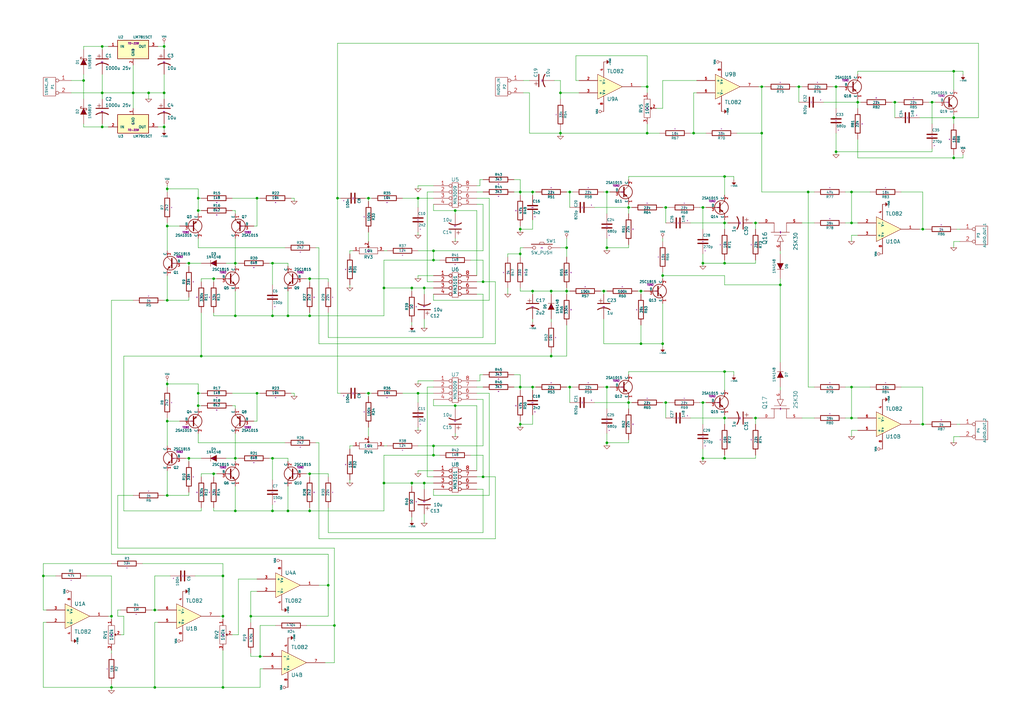
<source format=kicad_sch>
(kicad_sch (version 20211123) (generator eeschema)
  (paper "A3")
  (title_block (title "Roland Juno-60 chorus board clone") (date "12 sep 2015") (rev "4") (company "GliGli's DIY"))
  (junction (at 297.18 171.45))
  (junction (at 327.66 35.56))
  (junction (at 91.44 252.73))
  (junction (at 105.41 161.29))
  (junction (at 177.8 106.68))
  (junction (at 68.58 77.47))
  (junction (at 309.88 171.45))
  (junction (at 68.58 172.72))
  (junction (at 173.99 198.12))
  (junction (at 297.18 72.39))
  (junction (at 232.41 119.38))
  (junction (at 226.06 119.38))
  (junction (at 67.31 38.1))
  (junction (at 82.55 146.05))
  (junction (at 232.41 101.6))
  (junction (at 248.92 181.61))
  (junction (at 213.36 158.75))
  (junction (at 320.04 116.84))
  (junction (at 198.12 115.57))
  (junction (at 297.18 91.44))
  (junction (at 177.8 186.69))
  (junction (at 382.27 41.91))
  (junction (at 81.28 86.36))
  (junction (at 138.43 81.28))
  (junction (at 81.28 166.37))
  (junction (at 127 209.55))
  (junction (at 81.28 81.28))
  (junction (at 96.52 129.54))
  (junction (at 111.76 187.96))
  (junction (at 273.05 85.09))
  (junction (at 127 129.54))
  (junction (at 96.52 107.95))
  (junction (at 157.48 198.12))
  (junction (at 151.13 81.28))
  (junction (at 351.79 41.91))
  (junction (at 168.91 118.11))
  (junction (at 367.03 41.91))
  (junction (at 218.44 119.38))
  (junction (at 111.76 107.95))
  (junction (at 265.43 35.56))
  (junction (at 168.91 198.12))
  (junction (at 331.47 78.74))
  (junction (at 68.58 92.71))
  (junction (at 297.18 152.4))
  (junction (at 177.8 182.88))
  (junction (at 257.81 165.1))
  (junction (at 378.46 173.99))
  (junction (at 288.29 165.1))
  (junction (at 391.16 48.26))
  (junction (at 309.88 91.44))
  (junction (at 106.68 269.24))
  (junction (at 68.58 157.48))
  (junction (at 297.18 187.96))
  (junction (at 233.68 78.74))
  (junction (at 198.12 195.58))
  (junction (at 349.25 171.45))
  (junction (at 34.29 33.02))
  (junction (at 213.36 104.14))
  (junction (at 271.78 140.97))
  (junction (at 105.41 81.28))
  (junction (at 248.92 101.6))
  (junction (at 63.5 281.94))
  (junction (at 77.47 107.95))
  (junction (at 111.76 129.54))
  (junction (at 248.92 78.74))
  (junction (at 391.16 29.21))
  (junction (at 213.36 173.99))
  (junction (at 342.9 62.23))
  (junction (at 87.63 114.3))
  (junction (at 312.42 35.56))
  (junction (at 186.69 86.36))
  (junction (at 41.91 38.1))
  (junction (at 111.76 209.55))
  (junction (at 257.81 85.09))
  (junction (at 312.42 54.61))
  (junction (at 102.87 252.73))
  (junction (at 229.87 54.61))
  (junction (at 349.25 91.44))
  (junction (at 391.16 64.77))
  (junction (at 171.45 81.28))
  (junction (at 157.48 118.11))
  (junction (at 248.92 158.75))
  (junction (at 218.44 158.75))
  (junction (at 288.29 107.95))
  (junction (at 118.11 209.55))
  (junction (at 96.52 187.96))
  (junction (at 171.45 161.29))
  (junction (at 226.06 146.05))
  (junction (at 127 114.3))
  (junction (at 233.68 158.75))
  (junction (at 218.44 78.74))
  (junction (at 17.78 236.22))
  (junction (at 45.72 281.94))
  (junction (at 186.69 166.37))
  (junction (at 41.91 19.05))
  (junction (at 45.72 252.73))
  (junction (at 271.78 113.03))
  (junction (at 288.29 85.09))
  (junction (at 54.61 38.1))
  (junction (at 229.87 38.1))
  (junction (at 68.58 203.2))
  (junction (at 342.9 35.56))
  (junction (at 265.43 54.61))
  (junction (at 67.31 52.07))
  (junction (at 127 194.31))
  (junction (at 63.5 250.19))
  (junction (at 91.44 236.22))
  (junction (at 137.16 256.54))
  (junction (at 213.36 78.74))
  (junction (at 96.52 209.55))
  (junction (at 91.44 281.94))
  (junction (at 378.46 93.98))
  (junction (at 67.31 19.05))
  (junction (at 118.11 129.54))
  (junction (at 349.25 158.75))
  (junction (at 87.63 194.31))
  (junction (at 288.29 187.96))
  (junction (at 262.89 119.38))
  (junction (at 60.96 38.1))
  (junction (at 41.91 52.07))
  (junction (at 262.89 140.97))
  (junction (at 134.62 240.03))
  (junction (at 247.65 119.38))
  (junction (at 173.99 118.11))
  (junction (at 284.48 54.61))
  (junction (at 81.28 161.29))
  (junction (at 77.47 187.96))
  (junction (at 273.05 165.1))
  (junction (at 297.18 107.95))
  (junction (at 213.36 93.98))
  (junction (at 151.13 161.29))
  (junction (at 177.8 102.87))
  (junction (at 349.25 78.74))
  (junction (at 68.58 123.19))
  (wire (pts (xy 17.78 255.27) (xy 19.05 255.27)))
  (wire (pts (xy 175.26 195.58) (xy 175.26 158.75)))
  (wire (pts (xy 297.18 187.96) (xy 309.88 187.96)))
  (wire (pts (xy 367.03 41.91) (xy 368.3 41.91)))
  (wire (pts (xy 81.28 81.28) (xy 82.55 81.28)))
  (wire (pts (xy 269.24 44.45) (xy 271.78 44.45)))
  (wire (pts (xy 67.31 50.8) (xy 67.31 52.07)))
  (wire (pts (xy 198.12 138.43) (xy 198.12 120.65)))
  (wire (pts (xy 175.26 158.75) (xy 177.8 158.75)))
  (wire (pts (xy 351.79 30.48) (xy 351.79 29.21)))
  (wire (pts (xy 257.81 85.09) (xy 257.81 87.63)))
  (wire (pts (xy 68.58 157.48) (xy 68.58 158.75)))
  (wire (pts (xy 125.73 194.31) (xy 127 194.31)))
  (wire (pts (xy 262.89 140.97) (xy 271.78 140.97)))
  (wire (pts (xy 68.58 92.71) (xy 73.66 92.71)))
  (wire (pts (xy 320.04 104.14) (xy 320.04 102.87)))
  (wire (pts (xy 67.31 123.19) (xy 68.58 123.19)))
  (wire (pts (xy 111.76 196.85) (xy 111.76 187.96)))
  (wire (pts (xy 177.8 182.88) (xy 198.12 182.88)))
  (wire (pts (xy 287.02 85.09) (xy 288.29 85.09)))
  (wire (pts (xy 394.97 64.77) (xy 394.97 63.5)))
  (wire (pts (xy 68.58 156.21) (xy 68.58 157.48)))
  (wire (pts (xy 175.26 115.57) (xy 175.26 78.74)))
  (wire (pts (xy 283.21 171.45) (xy 297.18 171.45)))
  (wire (pts (xy 158.75 102.87) (xy 157.48 102.87)))
  (wire (pts (xy 97.79 260.35) (xy 97.79 237.49)))
  (wire (pts (xy 218.44 158.75) (xy 218.44 160.02)))
  (wire (pts (xy 45.72 236.22) (xy 45.72 252.73)))
  (wire (pts (xy 248.92 97.79) (xy 248.92 101.6)))
  (wire (pts (xy 87.63 208.28) (xy 87.63 209.55)))
  (wire (pts (xy 96.52 97.79) (xy 96.52 107.95)))
  (wire (pts (xy 118.11 119.38) (xy 118.11 129.54)))
  (wire (pts (xy 111.76 187.96) (xy 118.11 187.96)))
  (wire (pts (xy 77.47 109.22) (xy 77.47 107.95)))
  (wire (pts (xy 134.62 227.33) (xy 45.72 227.33)))
  (wire (pts (xy 186.69 86.36) (xy 195.58 86.36)))
  (wire (pts (xy 288.29 107.95) (xy 297.18 107.95)))
  (wire (pts (xy 232.41 118.11) (xy 232.41 119.38)))
  (wire (pts (xy 391.16 46.99) (xy 391.16 48.26)))
  (wire (pts (xy 196.85 156.21) (xy 196.85 153.67)))
  (wire (pts (xy 134.62 128.27) (xy 134.62 138.43)))
  (wire (pts (xy 213.36 101.6) (xy 213.36 104.14)))
  (wire (pts (xy 143.51 184.15) (xy 143.51 182.88)))
  (wire (pts (xy 351.79 40.64) (xy 351.79 41.91)))
  (wire (pts (xy 129.54 101.6) (xy 130.81 101.6)))
  (wire (pts (xy 143.51 118.11) (xy 143.51 116.84)))
  (wire (pts (xy 210.82 78.74) (xy 213.36 78.74)))
  (wire (pts (xy 308.61 91.44) (xy 309.88 91.44)))
  (wire (pts (xy 271.78 124.46) (xy 271.78 140.97)))
  (wire (pts (xy 288.29 187.96) (xy 297.18 187.96)))
  (wire (pts (xy 257.81 152.4) (xy 297.18 152.4)))
  (wire (pts (xy 77.47 123.19) (xy 77.47 121.92)))
  (wire (pts (xy 95.25 260.35) (xy 97.79 260.35)))
  (wire (pts (xy 82.55 208.28) (xy 82.55 209.55)))
  (wire (pts (xy 171.45 165.1) (xy 171.45 161.29)))
  (wire (pts (xy 120.65 81.28) (xy 120.65 82.55)))
  (wire (pts (xy 58.42 231.14) (xy 91.44 231.14)))
  (wire (pts (xy 248.92 181.61) (xy 257.81 181.61)))
  (wire (pts (xy 320.04 158.75) (xy 320.04 160.02)))
  (wire (pts (xy 102.87 242.57) (xy 105.41 242.57)))
  (wire (pts (xy 391.16 63.5) (xy 391.16 64.77)))
  (wire (pts (xy 175.26 78.74) (xy 177.8 78.74)))
  (wire (pts (xy 110.49 107.95) (xy 111.76 107.95)))
  (wire (pts (xy 248.92 181.61) (xy 248.92 182.88)))
  (wire (pts (xy 110.49 187.96) (xy 111.76 187.96)))
  (wire (pts (xy 68.58 77.47) (xy 68.58 78.74)))
  (wire (pts (xy 309.88 91.44) (xy 311.15 91.44)))
  (wire (pts (xy 168.91 198.12) (xy 168.91 199.39)))
  (wire (pts (xy 173.99 198.12) (xy 173.99 200.66)))
  (wire (pts (xy 193.04 186.69) (xy 198.12 186.69)))
  (wire (pts (xy 138.43 17.78) (xy 138.43 81.28)))
  (wire (pts (xy 349.25 96.52) (xy 351.79 96.52)))
  (wire (pts (xy 257.81 73.66) (xy 257.81 72.39)))
  (wire (pts (xy 328.93 91.44) (xy 334.01 91.44)))
  (wire (pts (xy 105.41 172.72) (xy 105.41 161.29)))
  (wire (pts (xy 342.9 54.61) (xy 342.9 62.23)))
  (wire (pts (xy 129.54 181.61) (xy 130.81 181.61)))
  (wire (pts (xy 127 194.31) (xy 127 195.58)))
  (wire (pts (xy 195.58 78.74) (xy 198.12 78.74)))
  (wire (pts (xy 257.81 163.83) (xy 257.81 165.1)))
  (wire (pts (xy 168.91 213.36) (xy 168.91 212.09)))
  (wire (pts (xy 96.52 129.54) (xy 87.63 129.54)))
  (wire (pts (xy 67.31 19.05) (xy 64.77 19.05)))
  (wire (pts (xy 77.47 203.2) (xy 77.47 201.93)))
  (wire (pts (xy 243.84 85.09) (xy 257.81 85.09)))
  (wire (pts (xy 309.88 93.98) (xy 309.88 91.44)))
  (wire (pts (xy 41.91 52.07) (xy 44.45 52.07)))
  (wire (pts (xy 68.58 172.72) (xy 73.66 172.72)))
  (wire (pts (xy 257.81 181.61) (xy 257.81 180.34)))
  (wire (pts (xy 195.58 195.58) (xy 198.12 195.58)))
  (wire (pts (xy 213.36 158.75) (xy 218.44 158.75)))
  (wire (pts (xy 349.25 99.06) (xy 349.25 96.52)))
  (wire (pts (xy 87.63 194.31) (xy 88.9 194.31)))
  (wire (pts (xy 177.8 123.19) (xy 177.8 120.65)))
  (wire (pts (xy 331.47 78.74) (xy 334.01 78.74)))
  (wire (pts (xy 171.45 157.48) (xy 171.45 156.21)))
  (wire (pts (xy 213.36 93.98) (xy 218.44 93.98)))
  (wire (pts (xy 45.72 281.94) (xy 63.5 281.94)))
  (wire (pts (xy 177.8 102.87) (xy 198.12 102.87)))
  (wire (pts (xy 63.5 250.19) (xy 64.77 250.19)))
  (wire (pts (xy 198.12 120.65) (xy 195.58 120.65)))
  (wire (pts (xy 60.96 38.1) (xy 60.96 40.64)))
  (wire (pts (xy 111.76 127) (xy 111.76 129.54)))
  (wire (pts (xy 81.28 86.36) (xy 81.28 87.63)))
  (wire (pts (xy 143.51 102.87) (xy 144.78 102.87)))
  (wire (pts (xy 151.13 99.06) (xy 151.13 95.25)))
  (wire (pts (xy 87.63 114.3) (xy 88.9 114.3)))
  (wire (pts (xy 177.8 83.82) (xy 177.8 86.36)))
  (wire (pts (xy 232.41 101.6) (xy 232.41 105.41)))
  (wire (pts (xy 171.45 77.47) (xy 171.45 76.2)))
  (wire (pts (xy 134.62 227.33) (xy 134.62 240.03)))
  (wire (pts (xy 257.81 101.6) (xy 257.81 100.33)))
  (wire (pts (xy 195.58 156.21) (xy 196.85 156.21)))
  (wire (pts (xy 151.13 81.28) (xy 152.4 81.28)))
  (wire (pts (xy 273.05 91.44) (xy 273.05 85.09)))
  (wire (pts (xy 377.19 48.26) (xy 391.16 48.26)))
  (wire (pts (xy 177.8 182.88) (xy 177.8 186.69)))
  (wire (pts (xy 96.52 86.36) (xy 96.52 87.63)))
  (wire (pts (xy 34.29 33.02) (xy 34.29 40.64)))
  (wire (pts (xy 134.62 114.3) (xy 134.62 115.57)))
  (wire (pts (xy 81.28 161.29) (xy 82.55 161.29)))
  (wire (pts (xy 297.18 72.39) (xy 297.18 80.01)))
  (wire (pts (xy 186.69 167.64) (xy 186.69 166.37)))
  (wire (pts (xy 283.21 54.61) (xy 284.48 54.61)))
  (wire (pts (xy 346.71 158.75) (xy 349.25 158.75)))
  (wire (pts (xy 45.72 123.19) (xy 54.61 123.19)))
  (wire (pts (xy 297.18 107.95) (xy 309.88 107.95)))
  (wire (pts (xy 34.29 52.07) (xy 41.91 52.07)))
  (wire (pts (xy 349.25 171.45) (xy 349.25 158.75)))
  (wire (pts (xy 68.58 91.44) (xy 68.58 92.71)))
  (wire (pts (xy 171.45 96.52) (xy 171.45 95.25)))
  (wire (pts (xy 177.8 106.68) (xy 180.34 106.68)))
  (wire (pts (xy 130.81 101.6) (xy 130.81 140.97)))
  (wire (pts (xy 67.31 30.48) (xy 67.31 38.1)))
  (wire (pts (xy 104.14 92.71) (xy 105.41 92.71)))
  (wire (pts (xy 177.8 163.83) (xy 177.8 166.37)))
  (wire (pts (xy 349.25 179.07) (xy 349.25 176.53)))
  (wire (pts (xy 143.51 182.88) (xy 144.78 182.88)))
  (wire (pts (xy 45.72 266.7) (xy 45.72 267.97)))
  (wire (pts (xy 175.26 195.58) (xy 177.8 195.58)))
  (wire (pts (xy 382.27 41.91) (xy 383.54 41.91)))
  (wire (pts (xy 300.99 152.4) (xy 300.99 153.67)))
  (wire (pts (xy 208.28 105.41) (xy 208.28 104.14)))
  (wire (pts (xy 217.17 33.02) (xy 214.63 33.02)))
  (wire (pts (xy 96.52 177.8) (xy 96.52 187.96)))
  (wire (pts (xy 273.05 165.1) (xy 274.32 165.1)))
  (wire (pts (xy 171.45 113.03) (xy 177.8 113.03)))
  (wire (pts (xy 41.91 50.8) (xy 41.91 52.07)))
  (wire (pts (xy 157.48 198.12) (xy 168.91 198.12)))
  (wire (pts (xy 50.8 252.73) (xy 48.26 252.73)))
  (wire (pts (xy 171.45 182.88) (xy 177.8 182.88)))
  (wire (pts (xy 17.78 250.19) (xy 19.05 250.19)))
  (wire (pts (xy 29.21 33.02) (xy 34.29 33.02)))
  (wire (pts (xy 175.26 115.57) (xy 177.8 115.57)))
  (wire (pts (xy 171.45 76.2) (xy 177.8 76.2)))
  (wire (pts (xy 287.02 165.1) (xy 288.29 165.1)))
  (wire (pts (xy 200.66 161.29) (xy 200.66 203.2)))
  (wire (pts (xy 67.31 17.78) (xy 67.31 19.05)))
  (wire (pts (xy 349.25 78.74) (xy 356.87 78.74)))
  (wire (pts (xy 151.13 162.56) (xy 151.13 161.29)))
  (wire (pts (xy 297.18 170.18) (xy 297.18 171.45)))
  (wire (pts (xy 297.18 107.95) (xy 297.18 106.68)))
  (wire (pts (xy 210.82 73.66) (xy 213.36 73.66)))
  (wire (pts (xy 195.58 161.29) (xy 200.66 161.29)))
  (wire (pts (xy 165.1 161.29) (xy 171.45 161.29)))
  (wire (pts (xy 137.16 271.78) (xy 133.35 271.78)))
  (wire (pts (xy 68.58 123.19) (xy 77.47 123.19)))
  (wire (pts (xy 283.21 91.44) (xy 297.18 91.44)))
  (wire (pts (xy 81.28 161.29) (xy 81.28 166.37)))
  (wire (pts (xy 369.57 158.75) (xy 378.46 158.75)))
  (wire (pts (xy 229.87 54.61) (xy 229.87 55.88)))
  (wire (pts (xy 195.58 86.36) (xy 195.58 113.03)))
  (wire (pts (xy 68.58 172.72) (xy 68.58 182.88)))
  (wire (pts (xy 82.55 114.3) (xy 87.63 114.3)))
  (wire (pts (xy 137.16 256.54) (xy 125.73 256.54)))
  (wire (pts (xy 273.05 85.09) (xy 274.32 85.09)))
  (wire (pts (xy 198.12 102.87) (xy 198.12 83.82)))
  (wire (pts (xy 262.89 119.38) (xy 262.89 120.65)))
  (wire (pts (xy 130.81 140.97) (xy 203.2 140.97)))
  (wire (pts (xy 171.45 81.28) (xy 177.8 81.28)))
  (wire (pts (xy 171.45 85.09) (xy 171.45 81.28)))
  (wire (pts (xy 127 114.3) (xy 127 115.57)))
  (wire (pts (xy 102.87 267.97) (xy 102.87 269.24)))
  (wire (pts (xy 95.25 166.37) (xy 96.52 166.37)))
  (wire (pts (xy 157.48 106.68) (xy 157.48 118.11)))
  (wire (pts (xy 288.29 184.15) (xy 288.29 187.96)))
  (wire (pts (xy 35.56 236.22) (xy 45.72 236.22)))
  (wire (pts (xy 171.45 194.31) (xy 171.45 193.04)))
  (wire (pts (xy 257.81 72.39) (xy 297.18 72.39)))
  (wire (pts (xy 273.05 171.45) (xy 273.05 165.1)))
  (wire (pts (xy 271.78 99.06) (xy 271.78 97.79)))
  (wire (pts (xy 45.72 252.73) (xy 45.72 254)))
  (wire (pts (xy 349.25 158.75) (xy 356.87 158.75)))
  (wire (pts (xy 297.18 152.4) (xy 300.99 152.4)))
  (wire (pts (xy 198.12 182.88) (xy 198.12 163.83)))
  (wire (pts (xy 138.43 81.28) (xy 138.43 161.29)))
  (wire (pts (xy 106.68 281.94) (xy 106.68 274.32)))
  (wire (pts (xy 96.52 187.96) (xy 97.79 187.96)))
  (wire (pts (xy 157.48 106.68) (xy 177.8 106.68)))
  (wire (pts (xy 351.79 29.21) (xy 391.16 29.21)))
  (wire (pts (xy 378.46 93.98) (xy 379.73 93.98)))
  (wire (pts (xy 247.65 130.81) (xy 247.65 140.97)))
  (wire (pts (xy 96.52 119.38) (xy 96.52 129.54)))
  (wire (pts (xy 104.14 172.72) (xy 105.41 172.72)))
  (wire (pts (xy 127 209.55) (xy 118.11 209.55)))
  (wire (pts (xy 288.29 85.09) (xy 289.56 85.09)))
  (wire (pts (xy 198.12 195.58) (xy 203.2 195.58)))
  (wire (pts (xy 81.28 181.61) (xy 81.28 177.8)))
  (wire (pts (xy 50.8 146.05) (xy 82.55 146.05)))
  (wire (pts (xy 248.92 87.63) (xy 248.92 78.74)))
  (wire (pts (xy 198.12 106.68) (xy 198.12 115.57)))
  (wire (pts (xy 232.41 119.38) (xy 232.41 120.65)))
  (wire (pts (xy 41.91 38.1) (xy 41.91 40.64)))
  (wire (pts (xy 226.06 146.05) (xy 232.41 146.05)))
  (wire (pts (xy 401.32 17.78) (xy 138.43 17.78)))
  (wire (pts (xy 391.16 48.26) (xy 391.16 50.8)))
  (wire (pts (xy 177.8 186.69) (xy 180.34 186.69)))
  (wire (pts (xy 213.36 73.66) (xy 213.36 78.74)))
  (wire (pts (xy 118.11 209.55) (xy 111.76 209.55)))
  (wire (pts (xy 127 129.54) (xy 127 128.27)))
  (wire (pts (xy 271.78 33.02) (xy 285.75 33.02)))
  (wire (pts (xy 248.92 78.74) (xy 250.19 78.74)))
  (wire (pts (xy 288.29 93.98) (xy 288.29 85.09)))
  (wire (pts (xy 157.48 118.11) (xy 168.91 118.11)))
  (wire (pts (xy 213.36 78.74) (xy 218.44 78.74)))
  (wire (pts (xy 63.5 236.22) (xy 63.5 250.19)))
  (wire (pts (xy 106.68 269.24) (xy 107.95 269.24)))
  (wire (pts (xy 218.44 120.65) (xy 218.44 119.38)))
  (wire (pts (xy 331.47 78.74) (xy 331.47 158.75)))
  (wire (pts (xy 271.78 113.03) (xy 271.78 114.3)))
  (wire (pts (xy 337.82 41.91) (xy 351.79 41.91)))
  (wire (pts (xy 213.36 173.99) (xy 218.44 173.99)))
  (wire (pts (xy 138.43 81.28) (xy 139.7 81.28)))
  (wire (pts (xy 382.27 62.23) (xy 382.27 60.96)))
  (wire (pts (xy 369.57 78.74) (xy 378.46 78.74)))
  (wire (pts (xy 198.12 186.69) (xy 198.12 195.58)))
  (wire (pts (xy 102.87 269.24) (xy 106.68 269.24)))
  (wire (pts (xy 218.44 78.74) (xy 219.71 78.74)))
  (wire (pts (xy 247.65 140.97) (xy 262.89 140.97)))
  (wire (pts (xy 96.52 209.55) (xy 87.63 209.55)))
  (wire (pts (xy 49.53 260.35) (xy 50.8 260.35)))
  (wire (pts (xy 41.91 30.48) (xy 41.91 38.1)))
  (wire (pts (xy 168.91 133.35) (xy 168.91 132.08)))
  (wire (pts (xy 173.99 198.12) (xy 177.8 198.12)))
  (wire (pts (xy 63.5 255.27) (xy 64.77 255.27)))
  (wire (pts (xy 297.18 171.45) (xy 297.18 173.99)))
  (wire (pts (xy 82.55 115.57) (xy 82.55 114.3)))
  (wire (pts (xy 105.41 161.29) (xy 106.68 161.29)))
  (wire (pts (xy 119.38 81.28) (xy 120.65 81.28)))
  (wire (pts (xy 68.58 171.45) (xy 68.58 172.72)))
  (wire (pts (xy 106.68 256.54) (xy 113.03 256.54)))
  (wire (pts (xy 218.44 93.98) (xy 218.44 90.17)))
  (wire (pts (xy 391.16 181.61) (xy 391.16 179.07)))
  (wire (pts (xy 116.84 181.61) (xy 81.28 181.61)))
  (wire (pts (xy 213.36 104.14) (xy 213.36 105.41)))
  (wire (pts (xy 203.2 140.97) (xy 203.2 115.57)))
  (wire (pts (xy 213.36 93.98) (xy 213.36 95.25)))
  (wire (pts (xy 261.62 119.38) (xy 262.89 119.38)))
  (wire (pts (xy 196.85 73.66) (xy 198.12 73.66)))
  (wire (pts (xy 195.58 115.57) (xy 198.12 115.57)))
  (wire (pts (xy 17.78 281.94) (xy 45.72 281.94)))
  (wire (pts (xy 95.25 81.28) (xy 105.41 81.28)))
  (wire (pts (xy 82.55 166.37) (xy 81.28 166.37)))
  (wire (pts (xy 149.86 161.29) (xy 151.13 161.29)))
  (wire (pts (xy 151.13 161.29) (xy 152.4 161.29)))
  (wire (pts (xy 77.47 189.23) (xy 77.47 187.96)))
  (wire (pts (xy 54.61 26.67) (xy 54.61 38.1)))
  (wire (pts (xy 233.68 78.74) (xy 233.68 85.09)))
  (wire (pts (xy 91.44 236.22) (xy 80.01 236.22)))
  (wire (pts (xy 17.78 281.94) (xy 17.78 255.27)))
  (wire (pts (xy 351.79 64.77) (xy 351.79 57.15)))
  (wire (pts (xy 217.17 54.61) (xy 229.87 54.61)))
  (wire (pts (xy 233.68 158.75) (xy 234.95 158.75)))
  (wire (pts (xy 171.45 193.04) (xy 177.8 193.04)))
  (wire (pts (xy 157.48 186.69) (xy 157.48 198.12)))
  (wire (pts (xy 177.8 86.36) (xy 186.69 86.36)))
  (wire (pts (xy 111.76 209.55) (xy 96.52 209.55)))
  (wire (pts (xy 218.44 158.75) (xy 219.71 158.75)))
  (wire (pts (xy 111.76 116.84) (xy 111.76 107.95)))
  (wire (pts (xy 297.18 91.44) (xy 297.18 93.98)))
  (wire (pts (xy 173.99 118.11) (xy 173.99 120.65)))
  (wire (pts (xy 134.62 208.28) (xy 134.62 218.44)))
  (wire (pts (xy 134.62 218.44) (xy 198.12 218.44)))
  (wire (pts (xy 134.62 138.43) (xy 198.12 138.43)))
  (wire (pts (xy 394.97 29.21) (xy 394.97 30.48)))
  (wire (pts (xy 60.96 38.1) (xy 67.31 38.1)))
  (wire (pts (xy 391.16 29.21) (xy 391.16 36.83)))
  (wire (pts (xy 218.44 119.38) (xy 226.06 119.38)))
  (wire (pts (xy 342.9 62.23) (xy 342.9 63.5)))
  (wire (pts (xy 173.99 134.62) (xy 173.99 130.81)))
  (wire (pts (xy 288.29 104.14) (xy 288.29 107.95)))
  (wire (pts (xy 177.8 166.37) (xy 186.69 166.37)))
  (wire (pts (xy 226.06 119.38) (xy 232.41 119.38)))
  (wire (pts (xy 208.28 104.14) (xy 213.36 104.14)))
  (wire (pts (xy 257.81 165.1) (xy 257.81 167.64)))
  (wire (pts (xy 151.13 179.07) (xy 151.13 175.26)))
  (wire (pts (xy 226.06 146.05) (xy 226.06 144.78)))
  (wire (pts (xy 229.87 33.02) (xy 229.87 38.1)))
  (wire (pts (xy 196.85 76.2) (xy 196.85 73.66)))
  (wire (pts (xy 246.38 119.38) (xy 247.65 119.38)))
  (wire (pts (xy 297.18 72.39) (xy 300.99 72.39)))
  (wire (pts (xy 118.11 187.96) (xy 118.11 189.23)))
  (wire (pts (xy 127 114.3) (xy 134.62 114.3)))
  (wire (pts (xy 62.23 250.19) (xy 63.5 250.19)))
  (wire (pts (xy 213.36 153.67) (xy 213.36 158.75)))
  (wire (pts (xy 17.78 231.14) (xy 17.78 236.22)))
  (wire (pts (xy 312.42 35.56) (xy 312.42 54.61)))
  (wire (pts (xy 120.65 161.29) (xy 120.65 162.56)))
  (wire (pts (xy 91.44 231.14) (xy 91.44 236.22)))
  (wire (pts (xy 297.18 187.96) (xy 297.18 186.69)))
  (wire (pts (xy 82.55 195.58) (xy 82.55 194.31)))
  (wire (pts (xy 200.66 123.19) (xy 177.8 123.19)))
  (wire (pts (xy 257.81 85.09) (xy 259.08 85.09)))
  (wire (pts (xy 81.28 101.6) (xy 81.28 97.79)))
  (wire (pts (xy 213.36 119.38) (xy 218.44 119.38)))
  (wire (pts (xy 91.44 281.94) (xy 106.68 281.94)))
  (wire (pts (xy 41.91 38.1) (xy 54.61 38.1)))
  (wire (pts (xy 320.04 114.3) (xy 320.04 116.84)))
  (wire (pts (xy 378.46 158.75) (xy 378.46 173.99)))
  (wire (pts (xy 218.44 78.74) (xy 218.44 80.01)))
  (wire (pts (xy 288.29 173.99) (xy 288.29 165.1)))
  (wire (pts (xy 87.63 115.57) (xy 87.63 114.3)))
  (wire (pts (xy 177.8 102.87) (xy 177.8 106.68)))
  (wire (pts (xy 265.43 35.56) (xy 265.43 38.1)))
  (wire (pts (xy 288.29 165.1) (xy 289.56 165.1)))
  (wire (pts (xy 312.42 54.61) (xy 312.42 78.74)))
  (wire (pts (xy 288.29 107.95) (xy 288.29 109.22)))
  (wire (pts (xy 346.71 171.45) (xy 349.25 171.45)))
  (wire (pts (xy 48.26 250.19) (xy 49.53 250.19)))
  (wire (pts (xy 29.21 38.1) (xy 41.91 38.1)))
  (wire (pts (xy 327.66 35.56) (xy 328.93 35.56)))
  (wire (pts (xy 342.9 44.45) (xy 342.9 35.56)))
  (wire (pts (xy 297.18 116.84) (xy 320.04 116.84)))
  (wire (pts (xy 196.85 153.67) (xy 198.12 153.67)))
  (wire (pts (xy 195.58 83.82) (xy 198.12 83.82)))
  (wire (pts (xy 91.44 252.73) (xy 91.44 254)))
  (wire (pts (xy 346.71 78.74) (xy 349.25 78.74)))
  (wire (pts (xy 308.61 171.45) (xy 309.88 171.45)))
  (wire (pts (xy 157.48 209.55) (xy 127 209.55)))
  (wire (pts (xy 48.26 252.73) (xy 48.26 250.19)))
  (wire (pts (xy 378.46 78.74) (xy 378.46 93.98)))
  (wire (pts (xy 232.41 158.75) (xy 233.68 158.75)))
  (wire (pts (xy 106.68 274.32) (xy 107.95 274.32)))
  (wire (pts (xy 284.48 54.61) (xy 284.48 38.1)))
  (wire (pts (xy 271.78 140.97) (xy 271.78 142.24)))
  (wire (pts (xy 34.29 19.05) (xy 41.91 19.05)))
  (wire (pts (xy 311.15 35.56) (xy 312.42 35.56)))
  (wire (pts (xy 91.44 281.94) (xy 91.44 266.7)))
  (wire (pts (xy 326.39 35.56) (xy 327.66 35.56)))
  (wire (pts (xy 309.88 107.95) (xy 309.88 106.68)))
  (wire (pts (xy 195.58 158.75) (xy 198.12 158.75)))
  (wire (pts (xy 127 129.54) (xy 118.11 129.54)))
  (wire (pts (xy 41.91 20.32) (xy 41.91 19.05)))
  (wire (pts (xy 351.79 41.91) (xy 351.79 44.45)))
  (wire (pts (xy 105.41 92.71) (xy 105.41 81.28)))
  (wire (pts (xy 67.31 52.07) (xy 67.31 53.34)))
  (wire (pts (xy 391.16 29.21) (xy 394.97 29.21)))
  (wire (pts (xy 351.79 64.77) (xy 391.16 64.77)))
  (wire (pts (xy 134.62 252.73) (xy 102.87 252.73)))
  (wire (pts (xy 236.22 33.02) (xy 237.49 33.02)))
  (wire (pts (xy 48.26 203.2) (xy 54.61 203.2)))
  (wire (pts (xy 45.72 280.67) (xy 45.72 281.94)))
  (wire (pts (xy 248.92 177.8) (xy 248.92 181.61)))
  (wire (pts (xy 177.8 203.2) (xy 177.8 200.66)))
  (wire (pts (xy 342.9 35.56) (xy 344.17 35.56)))
  (wire (pts (xy 67.31 19.05) (xy 67.31 20.32)))
  (wire (pts (xy 48.26 203.2) (xy 48.26 224.79)))
  (wire (pts (xy 226.06 119.38) (xy 226.06 120.65)))
  (wire (pts (xy 391.16 64.77) (xy 394.97 64.77)))
  (wire (pts (xy 96.52 107.95) (xy 97.79 107.95)))
  (wire (pts (xy 105.41 81.28) (xy 106.68 81.28)))
  (wire (pts (xy 248.92 158.75) (xy 250.19 158.75)))
  (wire (pts (xy 134.62 194.31) (xy 134.62 195.58)))
  (wire (pts (xy 34.29 30.48) (xy 34.29 33.02)))
  (wire (pts (xy 137.16 256.54) (xy 137.16 271.78)))
  (wire (pts (xy 143.51 104.14) (xy 143.51 102.87)))
  (wire (pts (xy 92.71 107.95) (xy 96.52 107.95)))
  (wire (pts (xy 232.41 78.74) (xy 233.68 78.74)))
  (wire (pts (xy 331.47 158.75) (xy 334.01 158.75)))
  (wire (pts (xy 213.36 92.71) (xy 213.36 93.98)))
  (wire (pts (xy 200.66 81.28) (xy 200.66 123.19)))
  (wire (pts (xy 247.65 78.74) (xy 248.92 78.74)))
  (wire (pts (xy 302.26 54.61) (xy 312.42 54.61)))
  (wire (pts (xy 309.88 187.96) (xy 309.88 186.69)))
  (wire (pts (xy 342.9 62.23) (xy 382.27 62.23)))
  (wire (pts (xy 119.38 161.29) (xy 120.65 161.29)))
  (wire (pts (xy 233.68 78.74) (xy 234.95 78.74)))
  (wire (pts (xy 392.43 93.98) (xy 393.7 93.98)))
  (wire (pts (xy 50.8 209.55) (xy 50.8 146.05)))
  (wire (pts (xy 171.45 114.3) (xy 171.45 113.03)))
  (wire (pts (xy 229.87 38.1) (xy 237.49 38.1)))
  (wire (pts (xy 48.26 224.79) (xy 137.16 224.79)))
  (wire (pts (xy 168.91 118.11) (xy 173.99 118.11)))
  (wire (pts (xy 81.28 157.48) (xy 81.28 161.29)))
  (wire (pts (xy 210.82 158.75) (xy 213.36 158.75)))
  (wire (pts (xy 265.43 54.61) (xy 265.43 50.8)))
  (wire (pts (xy 68.58 76.2) (xy 68.58 77.47)))
  (wire (pts (xy 54.61 38.1) (xy 54.61 44.45)))
  (wire (pts (xy 22.86 236.22) (xy 17.78 236.22)))
  (wire (pts (xy 257.81 83.82) (xy 257.81 85.09)))
  (wire (pts (xy 137.16 224.79) (xy 137.16 256.54)))
  (wire (pts (xy 271.78 113.03) (xy 297.18 113.03)))
  (wire (pts (xy 248.92 101.6) (xy 248.92 102.87)))
  (wire (pts (xy 111.76 207.01) (xy 111.76 209.55)))
  (wire (pts (xy 143.51 198.12) (xy 143.51 196.85)))
  (wire (pts (xy 106.68 256.54) (xy 106.68 269.24)))
  (wire (pts (xy 229.87 54.61) (xy 265.43 54.61)))
  (wire (pts (xy 127 209.55) (xy 127 208.28)))
  (wire (pts (xy 171.45 161.29) (xy 177.8 161.29)))
  (wire (pts (xy 213.36 78.74) (xy 213.36 80.01)))
  (wire (pts (xy 271.78 44.45) (xy 271.78 33.02)))
  (wire (pts (xy 77.47 107.95) (xy 82.55 107.95)))
  (wire (pts (xy 312.42 35.56) (xy 313.69 35.56)))
  (wire (pts (xy 213.36 101.6) (xy 214.63 101.6)))
  (wire (pts (xy 130.81 220.98) (xy 203.2 220.98)))
  (wire (pts (xy 67.31 203.2) (xy 68.58 203.2)))
  (wire (pts (xy 243.84 165.1) (xy 257.81 165.1)))
  (wire (pts (xy 236.22 33.02) (xy 236.22 22.86)))
  (wire (pts (xy 149.86 81.28) (xy 151.13 81.28)))
  (wire (pts (xy 198.12 115.57) (xy 203.2 115.57)))
  (wire (pts (xy 82.55 146.05) (xy 226.06 146.05)))
  (wire (pts (xy 349.25 171.45) (xy 351.79 171.45)))
  (wire (pts (xy 157.48 186.69) (xy 177.8 186.69)))
  (wire (pts (xy 297.18 90.17) (xy 297.18 91.44)))
  (wire (pts (xy 247.65 158.75) (xy 248.92 158.75)))
  (wire (pts (xy 173.99 118.11) (xy 177.8 118.11)))
  (wire (pts (xy 76.2 187.96) (xy 77.47 187.96)))
  (wire (pts (xy 195.58 81.28) (xy 200.66 81.28)))
  (wire (pts (xy 63.5 281.94) (xy 91.44 281.94)))
  (wire (pts (xy 67.31 38.1) (xy 67.31 40.64)))
  (wire (pts (xy 377.19 173.99) (xy 378.46 173.99)))
  (wire (pts (xy 130.81 240.03) (xy 134.62 240.03)))
  (wire (pts (xy 138.43 161.29) (xy 139.7 161.29)))
  (wire (pts (xy 217.17 38.1) (xy 217.17 54.61)))
  (wire (pts (xy 349.25 91.44) (xy 351.79 91.44)))
  (wire (pts (xy 265.43 22.86) (xy 265.43 35.56)))
  (wire (pts (xy 320.04 116.84) (xy 320.04 148.59)))
  (wire (pts (xy 271.78 85.09) (xy 273.05 85.09)))
  (wire (pts (xy 111.76 129.54) (xy 96.52 129.54)))
  (wire (pts (xy 17.78 231.14) (xy 45.72 231.14)))
  (wire (pts (xy 297.18 113.03) (xy 297.18 116.84)))
  (wire (pts (xy 327.66 35.56) (xy 327.66 41.91)))
  (wire (pts (xy 87.63 195.58) (xy 87.63 194.31)))
  (wire (pts (xy 392.43 173.99) (xy 393.7 173.99)))
  (wire (pts (xy 265.43 35.56) (xy 262.89 35.56)))
  (wire (pts (xy 157.48 118.11) (xy 157.48 129.54)))
  (wire (pts (xy 34.29 50.8) (xy 34.29 52.07)))
  (wire (pts (xy 95.25 86.36) (xy 96.52 86.36)))
  (wire (pts (xy 349.25 91.44) (xy 349.25 78.74)))
  (wire (pts (xy 232.41 119.38) (xy 233.68 119.38)))
  (wire (pts (xy 82.55 128.27) (xy 82.55 146.05)))
  (wire (pts (xy 92.71 187.96) (xy 96.52 187.96)))
  (wire (pts (xy 351.79 41.91) (xy 353.06 41.91)))
  (wire (pts (xy 186.69 99.06) (xy 186.69 97.79)))
  (wire (pts (xy 218.44 173.99) (xy 218.44 170.18)))
  (wire (pts (xy 391.16 99.06) (xy 393.7 99.06)))
  (wire (pts (xy 198.12 200.66) (xy 195.58 200.66)))
  (wire (pts (xy 346.71 91.44) (xy 349.25 91.44)))
  (wire (pts (xy 102.87 242.57) (xy 102.87 252.73)))
  (wire (pts (xy 118.11 129.54) (xy 111.76 129.54)))
  (wire (pts (xy 349.25 176.53) (xy 351.79 176.53)))
  (wire (pts (xy 157.48 129.54) (xy 127 129.54)))
  (wire (pts (xy 229.87 38.1) (xy 229.87 40.64)))
  (wire (pts (xy 95.25 161.29) (xy 105.41 161.29)))
  (wire (pts (xy 168.91 198.12) (xy 173.99 198.12)))
  (wire (pts (xy 130.81 181.61) (xy 130.81 220.98)))
  (wire (pts (xy 229.87 53.34) (xy 229.87 54.61)))
  (wire (pts (xy 391.16 48.26) (xy 401.32 48.26)))
  (wire (pts (xy 297.18 91.44) (xy 298.45 91.44)))
  (wire (pts (xy 382.27 50.8) (xy 382.27 41.91)))
  (wire (pts (xy 171.45 156.21) (xy 177.8 156.21)))
  (wire (pts (xy 232.41 146.05) (xy 232.41 133.35)))
  (wire (pts (xy 50.8 260.35) (xy 50.8 252.73)))
  (wire (pts (xy 158.75 182.88) (xy 157.48 182.88)))
  (wire (pts (xy 186.69 179.07) (xy 186.69 177.8)))
  (wire (pts (xy 111.76 107.95) (xy 118.11 107.95)))
  (wire (pts (xy 271.78 165.1) (xy 273.05 165.1)))
  (wire (pts (xy 200.66 203.2) (xy 177.8 203.2)))
  (wire (pts (xy 309.88 171.45) (xy 311.15 171.45)))
  (wire (pts (xy 96.52 166.37) (xy 96.52 167.64)))
  (wire (pts (xy 134.62 240.03) (xy 134.62 252.73)))
  (wire (pts (xy 173.99 214.63) (xy 173.99 210.82)))
  (wire (pts (xy 367.03 48.26) (xy 367.03 41.91)))
  (wire (pts (xy 214.63 38.1) (xy 217.17 38.1)))
  (wire (pts (xy 68.58 92.71) (xy 68.58 102.87)))
  (wire (pts (xy 17.78 236.22) (xy 17.78 250.19)))
  (wire (pts (xy 284.48 38.1) (xy 285.75 38.1)))
  (wire (pts (xy 54.61 38.1) (xy 60.96 38.1)))
  (wire (pts (xy 171.45 102.87) (xy 177.8 102.87)))
  (wire (pts (xy 68.58 193.04) (xy 68.58 203.2)))
  (wire (pts (xy 45.72 281.94) (xy 45.72 283.21)))
  (wire (pts (xy 213.36 172.72) (xy 213.36 173.99)))
  (wire (pts (xy 232.41 97.79) (xy 232.41 101.6)))
  (wire (pts (xy 44.45 252.73) (xy 45.72 252.73)))
  (wire (pts (xy 157.48 198.12) (xy 157.48 209.55)))
  (wire (pts (xy 391.16 101.6) (xy 391.16 99.06)))
  (wire (pts (xy 257.81 153.67) (xy 257.81 152.4)))
  (wire (pts (xy 257.81 165.1) (xy 259.08 165.1)))
  (wire (pts (xy 195.58 76.2) (xy 196.85 76.2)))
  (wire (pts (xy 64.77 52.07) (xy 67.31 52.07)))
  (wire (pts (xy 248.92 101.6) (xy 257.81 101.6)))
  (wire (pts (xy 81.28 81.28) (xy 81.28 86.36)))
  (wire (pts (xy 297.18 152.4) (xy 297.18 160.02)))
  (wire (pts (xy 226.06 132.08) (xy 226.06 130.81)))
  (wire (pts (xy 378.46 173.99) (xy 379.73 173.99)))
  (wire (pts (xy 284.48 54.61) (xy 289.56 54.61)))
  (wire (pts (xy 68.58 113.03) (xy 68.58 123.19)))
  (wire (pts (xy 96.52 199.39) (xy 96.52 209.55)))
  (wire (pts (xy 365.76 41.91) (xy 367.03 41.91)))
  (wire (pts (xy 391.16 179.07) (xy 393.7 179.07)))
  (wire (pts (xy 288.29 187.96) (xy 288.29 189.23)))
  (wire (pts (xy 401.32 48.26) (xy 401.32 17.78)))
  (wire (pts (xy 97.79 237.49) (xy 105.41 237.49)))
  (wire (pts (xy 328.93 171.45) (xy 334.01 171.45)))
  (wire (pts (xy 91.44 252.73) (xy 90.17 252.73)))
  (wire (pts (xy 41.91 19.05) (xy 44.45 19.05)))
  (wire (pts (xy 82.55 194.31) (xy 87.63 194.31)))
  (wire (pts (xy 271.78 111.76) (xy 271.78 113.03)))
  (wire (pts (xy 165.1 81.28) (xy 171.45 81.28)))
  (wire (pts (xy 377.19 93.98) (xy 378.46 93.98)))
  (wire (pts (xy 248.92 167.64) (xy 248.92 158.75)))
  (wire (pts (xy 193.04 106.68) (xy 198.12 106.68)))
  (wire (pts (xy 45.72 227.33) (xy 45.72 123.19)))
  (wire (pts (xy 34.29 20.32) (xy 34.29 19.05)))
  (wire (pts (xy 81.28 77.47) (xy 81.28 81.28)))
  (wire (pts (xy 186.69 87.63) (xy 186.69 86.36)))
  (wire (pts (xy 87.63 128.27) (xy 87.63 129.54)))
  (wire (pts (xy 247.65 119.38) (xy 247.65 120.65)))
  (wire (pts (xy 82.55 209.55) (xy 50.8 209.55)))
  (wire (pts (xy 91.44 236.22) (xy 91.44 252.73)))
  (wire (pts (xy 236.22 22.86) (xy 265.43 22.86)))
  (wire (pts (xy 151.13 82.55) (xy 151.13 81.28)))
  (wire (pts (xy 69.85 236.22) (xy 63.5 236.22)))
  (wire (pts (xy 297.18 171.45) (xy 298.45 171.45)))
  (wire (pts (xy 127 194.31) (xy 134.62 194.31)))
  (wire (pts (xy 265.43 54.61) (xy 270.51 54.61)))
  (wire (pts (xy 229.87 33.02) (xy 227.33 33.02)))
  (wire (pts (xy 213.36 173.99) (xy 213.36 175.26)))
  (wire (pts (xy 118.11 199.39) (xy 118.11 209.55)))
  (wire (pts (xy 195.58 163.83) (xy 198.12 163.83)))
  (wire (pts (xy 76.2 107.95) (xy 77.47 107.95)))
  (wire (pts (xy 213.36 118.11) (xy 213.36 119.38)))
  (wire (pts (xy 63.5 281.94) (xy 63.5 255.27)))
  (wire (pts (xy 102.87 252.73) (xy 102.87 255.27)))
  (wire (pts (xy 96.52 107.95) (xy 96.52 109.22)))
  (wire (pts (xy 81.28 77.47) (xy 68.58 77.47)))
  (wire (pts (xy 77.47 187.96) (xy 82.55 187.96)))
  (wire (pts (xy 312.42 78.74) (xy 331.47 78.74)))
  (wire (pts (xy 116.84 101.6) (xy 81.28 101.6)))
  (wire (pts (xy 203.2 220.98) (xy 203.2 195.58)))
  (wire (pts (xy 81.28 157.48) (xy 68.58 157.48)))
  (wire (pts (xy 300.99 72.39) (xy 300.99 73.66)))
  (wire (pts (xy 341.63 35.56) (xy 342.9 35.56)))
  (wire (pts (xy 262.89 133.35) (xy 262.89 140.97)))
  (wire (pts (xy 68.58 203.2) (xy 77.47 203.2)))
  (wire (pts (xy 125.73 114.3) (xy 127 114.3)))
  (wire (pts (xy 118.11 107.95) (xy 118.11 109.22)))
  (wire (pts (xy 208.28 118.11) (xy 208.28 120.65)))
  (wire (pts (xy 195.58 166.37) (xy 195.58 193.04)))
  (wire (pts (xy 381 41.91) (xy 382.27 41.91)))
  (wire (pts (xy 213.36 158.75) (xy 213.36 160.02)))
  (wire (pts (xy 96.52 187.96) (xy 96.52 189.23)))
  (wire (pts (xy 82.55 86.36) (xy 81.28 86.36)))
  (wire (pts (xy 81.28 166.37) (xy 81.28 167.64)))
  (wire (pts (xy 309.88 173.99) (xy 309.88 171.45)))
  (wire (pts (xy 171.45 176.53) (xy 171.45 175.26)))
  (wire (pts (xy 218.44 130.81) (xy 218.44 132.08)))
  (wire (pts (xy 168.91 118.11) (xy 168.91 119.38)))
  (wire (pts (xy 247.65 119.38) (xy 248.92 119.38)))
  (wire (pts (xy 186.69 166.37) (xy 195.58 166.37)))
  (wire (pts (xy 198.12 218.44) (xy 198.12 200.66)))
  (wire (pts (xy 210.82 153.67) (xy 213.36 153.67)))
  (wire (pts (xy 262.89 119.38) (xy 264.16 119.38)))
  (wire (pts (xy 232.41 101.6) (xy 229.87 101.6)))
  (wire (pts (xy 233.68 158.75) (xy 233.68 165.1)))
  (symbol (lib_id "juno-chorus-clone-rescue:LM7815CT") (at 54.61 20.32 0) (unit 1)
    (property "Reference" "U2" (at 49.53 15.24 0) (effects (font (size 1.016 1.016))))
    (property "Value" "LM7815CT" (at 54.61 15.24 0) (effects (font (size 1.016 1.016)) (justify left)))
    (property "Footprint" "TO-220" (at 54.61 17.78 0) (effects (font (size 0.762 0.762) italic)))
    (property "Datasheet" "~" (at 54.61 20.32 0) (effects (font (size 1.524 1.524))))
  )
  (symbol (lib_id "juno-chorus-clone-rescue:LM7915CT") (at 54.61 50.8 0) (unit 1)
    (property "Reference" "U3" (at 49.53 55.88 0) (effects (font (size 1.016 1.016))))
    (property "Value" "LM7915CT" (at 54.61 55.88 0) (effects (font (size 1.016 1.016)) (justify left)))
    (property "Footprint" "TO-220" (at 54.61 53.34 0) (effects (font (size 0.762 0.762) italic)))
    (property "Datasheet" "~" (at 54.61 50.8 0) (effects (font (size 1.524 1.524))))
  )
  (symbol (lib_id "juno-chorus-clone-rescue:CONN_2") (at 20.32 35.56 0) (mirror y) (unit 1)
    (property "Reference" "P1" (at 21.59 35.56 90) (effects (font (size 1.016 1.016))))
    (property "Value" "15VAC_IN" (at 19.05 35.56 90) (effects (font (size 1.016 1.016))))
  )
  (symbol (lib_id "juno-chorus-clone-rescue:CP1") (at 41.91 45.72 0) (unit 1)
    (property "Reference" "C2" (at 43.18 40.64 0) (effects (justify left)))
    (property "Value" "1000u 25v" (at 43.18 43.18 0) (effects (justify left)))
    (property "Footprint" "~" (at 41.91 45.72 0) (effects (font (size 1.524 1.524))))
    (property "Datasheet" "~" (at 41.91 45.72 0) (effects (font (size 1.524 1.524))))
  )
  (symbol (lib_id "juno-chorus-clone-rescue:CP1") (at 41.91 25.4 0) (unit 1)
    (property "Reference" "C1" (at 43.18 22.86 0) (effects (justify left)))
    (property "Value" "1000u 25v" (at 43.18 27.94 0) (effects (justify left)))
    (property "Footprint" "~" (at 41.91 25.4 0) (effects (font (size 1.524 1.524))))
    (property "Datasheet" "~" (at 41.91 25.4 0) (effects (font (size 1.524 1.524))))
  )
  (symbol (lib_id "juno-chorus-clone-rescue:GND") (at 60.96 40.64 0) (unit 1)
    (property "Reference" "#PWR01" (effects hide))
    (property "Value" "GND" (effects hide))
  )
  (symbol (lib_id "juno-chorus-clone-rescue:VAA") (at 67.31 17.78 0) (unit 1)
    (property "Reference" "#PWR02" (effects hide))
    (property "Value" "VAA" (at 67.31 14.986 0) (effects (font (size 0.762 0.762))))
  )
  (symbol (lib_id "juno-chorus-clone-rescue:-VAA") (at 67.31 53.34 180) (unit 1)
    (property "Reference" "#PWR03" (effects hide))
    (property "Value" "-VAA" (at 67.31 55.88 0) (effects (font (size 0.762 0.762))))
  )
  (symbol (lib_id "juno-chorus-clone-rescue:CP1") (at 67.31 25.4 0) (unit 1)
    (property "Reference" "C3" (at 68.58 22.86 0) (effects (justify left)))
    (property "Value" "10u" (at 68.58 27.94 0) (effects (justify left)))
    (property "Footprint" "~" (at 67.31 25.4 0) (effects (font (size 1.524 1.524))))
    (property "Datasheet" "~" (at 67.31 25.4 0) (effects (font (size 1.524 1.524))))
  )
  (symbol (lib_id "juno-chorus-clone-rescue:CP1") (at 67.31 45.72 0) (unit 1)
    (property "Reference" "C4" (at 68.58 43.18 0) (effects (justify left)))
    (property "Value" "10u" (at 68.58 48.26 0) (effects (justify left)))
    (property "Footprint" "~" (at 67.31 45.72 0) (effects (font (size 1.524 1.524))))
    (property "Datasheet" "~" (at 67.31 45.72 0) (effects (font (size 1.524 1.524))))
  )
  (symbol (lib_id "juno-chorus-clone-rescue:DIODESCH") (at 34.29 25.4 90) (unit 1)
    (property "Reference" "D1" (at 31.75 25.4 0) (effects (font (size 1.016 1.016))))
    (property "Value" "1N5819" (at 36.83 25.4 0) (effects (font (size 1.016 1.016))))
    (property "Footprint" "~" (at 34.29 25.4 0) (effects (font (size 1.524 1.524))))
    (property "Datasheet" "~" (at 34.29 25.4 0) (effects (font (size 1.524 1.524))))
  )
  (symbol (lib_id "juno-chorus-clone-rescue:DIODESCH") (at 34.29 45.72 90) (unit 1)
    (property "Reference" "D2" (at 31.75 45.72 0) (effects (font (size 1.016 1.016))))
    (property "Value" "1N5819" (at 36.83 45.72 0) (effects (font (size 1.016 1.016))))
    (property "Footprint" "~" (at 34.29 45.72 0) (effects (font (size 1.524 1.524))))
    (property "Datasheet" "~" (at 34.29 45.72 0) (effects (font (size 1.524 1.524))))
  )
  (symbol (lib_id "juno-chorus-clone-rescue:TL082") (at 31.75 252.73 0) (unit 1)
    (property "Reference" "U1" (at 30.48 247.65 0) (effects (font (size 1.524 1.524)) (justify left)))
    (property "Value" "TL082" (at 30.48 259.08 0) (effects (font (size 1.524 1.524)) (justify left)))
  )
  (symbol (lib_id "juno-chorus-clone-rescue:TL082") (at 77.47 252.73 0) (mirror x) (unit 2)
    (property "Reference" "U1" (at 76.2 257.81 0) (effects (font (size 1.524 1.524)) (justify left)))
    (property "Value" "TL082" (at 76.2 246.38 0) (effects (font (size 1.524 1.524)) (justify left)))
  )
  (symbol (lib_id "juno-chorus-clone-rescue:TL082") (at 118.11 240.03 0) (unit 1)
    (property "Reference" "U4" (at 116.84 234.95 0) (effects (font (size 1.524 1.524)) (justify left)))
    (property "Value" "TL082" (at 116.84 246.38 0) (effects (font (size 1.524 1.524)) (justify left)))
  )
  (symbol (lib_id "juno-chorus-clone-rescue:TL082") (at 120.65 271.78 0) (mirror x) (unit 2)
    (property "Reference" "U4" (at 119.38 276.86 0) (effects (font (size 1.524 1.524)) (justify left)))
    (property "Value" "TL082" (at 119.38 265.43 0) (effects (font (size 1.524 1.524)) (justify left)))
  )
  (symbol (lib_id "juno-chorus-clone-rescue:POT") (at 45.72 260.35 270) (unit 1)
    (property "Reference" "RV1" (at 43.18 260.35 0))
    (property "Value" "100k" (at 45.72 260.35 0))
    (property "Footprint" "~" (at 45.72 260.35 0) (effects (font (size 1.524 1.524))))
    (property "Datasheet" "~" (at 45.72 260.35 0) (effects (font (size 1.524 1.524))))
  )
  (symbol (lib_id "juno-chorus-clone-rescue:POT") (at 91.44 260.35 270) (unit 1)
    (property "Reference" "RV2" (at 88.9 260.35 0))
    (property "Value" "100k" (at 91.44 260.35 0))
    (property "Footprint" "~" (at 91.44 260.35 0) (effects (font (size 1.524 1.524))))
    (property "Datasheet" "~" (at 91.44 260.35 0) (effects (font (size 1.524 1.524))))
  )
  (symbol (lib_id "juno-chorus-clone-rescue:R") (at 45.72 274.32 0) (unit 1)
    (property "Reference" "R2" (at 47.752 274.32 90) (effects (font (size 1.016 1.016))))
    (property "Value" "10k" (at 45.8978 274.2946 90) (effects (font (size 1.016 1.016))))
    (property "Footprint" "~" (at 43.942 274.32 90) (effects (font (size 0.762 0.762))))
    (property "Datasheet" "~" (at 45.72 274.32 0) (effects (font (size 0.762 0.762))))
  )
  (symbol (lib_id "juno-chorus-clone-rescue:R") (at 55.88 250.19 90) (unit 1)
    (property "Reference" "R4" (at 55.88 248.158 90) (effects (font (size 1.016 1.016))))
    (property "Value" "1M" (at 55.8546 250.0122 90) (effects (font (size 1.016 1.016))))
    (property "Footprint" "~" (at 55.88 251.968 90) (effects (font (size 0.762 0.762))))
    (property "Datasheet" "~" (at 55.88 250.19 0) (effects (font (size 0.762 0.762))))
  )
  (symbol (lib_id "juno-chorus-clone-rescue:R") (at 52.07 231.14 90) (unit 1)
    (property "Reference" "R3" (at 52.07 229.108 90) (effects (font (size 1.016 1.016))))
    (property "Value" "33k" (at 52.0446 230.9622 90) (effects (font (size 1.016 1.016))))
    (property "Footprint" "~" (at 52.07 232.918 90) (effects (font (size 0.762 0.762))))
    (property "Datasheet" "~" (at 52.07 231.14 0) (effects (font (size 0.762 0.762))))
  )
  (symbol (lib_id "juno-chorus-clone-rescue:R") (at 29.21 236.22 90) (unit 1)
    (property "Reference" "R1" (at 29.21 234.188 90) (effects (font (size 1.016 1.016))))
    (property "Value" "47k" (at 29.1846 236.0422 90) (effects (font (size 1.016 1.016))))
    (property "Footprint" "~" (at 29.21 237.998 90) (effects (font (size 0.762 0.762))))
    (property "Datasheet" "~" (at 29.21 236.22 0) (effects (font (size 0.762 0.762))))
  )
  (symbol (lib_id "juno-chorus-clone-rescue:C") (at 74.93 236.22 270) (unit 1)
    (property "Reference" "C5" (at 77.47 236.22 0) (effects (font (size 1.016 1.016)) (justify left)))
    (property "Value" "100n" (at 72.771 236.3724 0) (effects (font (size 1.016 1.016)) (justify left)))
    (property "Footprint" "~" (at 71.12 237.1852 0) (effects (font (size 0.762 0.762))))
    (property "Datasheet" "~" (at 74.93 236.22 0) (effects (font (size 1.524 1.524))))
  )
  (symbol (lib_id "juno-chorus-clone-rescue:GND") (at 45.72 283.21 0) (unit 1)
    (property "Reference" "#PWR04" (effects hide))
    (property "Value" "GND" (effects hide))
  )
  (symbol (lib_id "juno-chorus-clone-rescue:VAA") (at 29.21 242.57 90) (unit 1)
    (property "Reference" "#PWR05" (effects hide))
    (property "Value" "VAA" (at 26.416 242.57 0) (effects (font (size 0.762 0.762))))
  )
  (symbol (lib_id "juno-chorus-clone-rescue:VAA") (at 74.93 262.89 90) (mirror x) (unit 1)
    (property "Reference" "#PWR06" (effects hide))
    (property "Value" "VAA" (at 72.136 262.89 0) (effects (font (size 0.762 0.762))))
  )
  (symbol (lib_id "juno-chorus-clone-rescue:VAA") (at 115.57 229.87 90) (unit 1)
    (property "Reference" "#PWR07" (effects hide))
    (property "Value" "VAA" (at 112.776 229.87 0) (effects (font (size 0.762 0.762))))
  )
  (symbol (lib_id "juno-chorus-clone-rescue:VAA") (at 118.11 281.94 90) (mirror x) (unit 1)
    (property "Reference" "#PWR08" (effects hide))
    (property "Value" "VAA" (at 115.316 281.94 0) (effects (font (size 0.762 0.762))))
  )
  (symbol (lib_id "juno-chorus-clone-rescue:-VAA") (at 29.21 262.89 270) (unit 1)
    (property "Reference" "#PWR09" (effects hide))
    (property "Value" "-VAA" (at 31.75 262.89 0) (effects (font (size 0.762 0.762))))
  )
  (symbol (lib_id "juno-chorus-clone-rescue:-VAA") (at 74.93 242.57 270) (mirror x) (unit 1)
    (property "Reference" "#PWR010" (effects hide))
    (property "Value" "-VAA" (at 77.47 242.57 0) (effects (font (size 0.762 0.762))))
  )
  (symbol (lib_id "juno-chorus-clone-rescue:-VAA") (at 115.57 250.19 270) (unit 1)
    (property "Reference" "#PWR011" (effects hide))
    (property "Value" "-VAA" (at 118.11 250.19 0) (effects (font (size 0.762 0.762))))
  )
  (symbol (lib_id "juno-chorus-clone-rescue:-VAA") (at 118.11 261.62 270) (mirror x) (unit 1)
    (property "Reference" "#PWR012" (effects hide))
    (property "Value" "-VAA" (at 120.65 261.62 0) (effects (font (size 0.762 0.762))))
  )
  (symbol (lib_id "juno-chorus-clone-rescue:R") (at 102.87 261.62 0) (unit 1)
    (property "Reference" "R19" (at 100.33 261.62 90) (effects (font (size 1.016 1.016))))
    (property "Value" "470k" (at 103.0478 261.5946 90) (effects (font (size 1.016 1.016))))
    (property "Footprint" "~" (at 101.092 261.62 90) (effects (font (size 0.762 0.762))))
    (property "Datasheet" "~" (at 102.87 261.62 0) (effects (font (size 0.762 0.762))))
  )
  (symbol (lib_id "juno-chorus-clone-rescue:R") (at 119.38 256.54 90) (unit 1)
    (property "Reference" "R24" (at 119.38 259.08 90) (effects (font (size 1.016 1.016))))
    (property "Value" "470k" (at 119.3546 256.3622 90) (effects (font (size 1.016 1.016))))
    (property "Footprint" "~" (at 119.38 258.318 90) (effects (font (size 0.762 0.762))))
    (property "Datasheet" "~" (at 119.38 256.54 0) (effects (font (size 0.762 0.762))))
  )
  (symbol (lib_id "juno-chorus-clone-rescue:CONN_2") (at 205.74 35.56 0) (mirror y) (unit 1)
    (property "Reference" "P2" (at 207.01 35.56 90) (effects (font (size 1.016 1.016))))
    (property "Value" "AUDIO_IN" (at 204.47 35.56 90) (effects (font (size 1.016 1.016))))
  )
  (symbol (lib_id "juno-chorus-clone-rescue:POT") (at 265.43 44.45 270) (unit 1)
    (property "Reference" "RV5" (at 262.89 44.45 0))
    (property "Value" "100k" (at 265.43 44.45 0))
    (property "Footprint" "~" (at 265.43 44.45 0) (effects (font (size 1.524 1.524))))
    (property "Datasheet" "~" (at 265.43 44.45 0) (effects (font (size 1.524 1.524))))
  )
  (symbol (lib_id "juno-chorus-clone-rescue:TL082") (at 250.19 35.56 0) (mirror x) (unit 1)
    (property "Reference" "U9" (at 248.92 40.64 0) (effects (font (size 1.524 1.524)) (justify left)))
    (property "Value" "TL082" (at 248.92 29.21 0) (effects (font (size 1.524 1.524)) (justify left)))
  )
  (symbol (lib_id "juno-chorus-clone-rescue:TL082") (at 298.45 35.56 0) (unit 2)
    (property "Reference" "U9" (at 297.18 30.48 0) (effects (font (size 1.524 1.524)) (justify left)))
    (property "Value" "TL082" (at 297.18 41.91 0) (effects (font (size 1.524 1.524)) (justify left)))
  )
  (symbol (lib_id "juno-chorus-clone-rescue:R") (at 229.87 46.99 0) (unit 1)
    (property "Reference" "R54" (at 231.902 46.99 90) (effects (font (size 1.016 1.016))))
    (property "Value" "33k" (at 230.0478 46.9646 90) (effects (font (size 1.016 1.016))))
    (property "Footprint" "~" (at 228.092 46.99 90) (effects (font (size 0.762 0.762))))
    (property "Datasheet" "~" (at 229.87 46.99 0) (effects (font (size 0.762 0.762))))
  )
  (symbol (lib_id "juno-chorus-clone-rescue:CP1") (at 222.25 33.02 90) (unit 1)
    (property "Reference" "C19" (at 219.71 31.75 0) (effects (justify left)))
    (property "Value" "10u" (at 224.79 31.75 0) (effects (justify left)))
    (property "Footprint" "~" (at 222.25 33.02 0) (effects (font (size 1.524 1.524))))
    (property "Datasheet" "~" (at 222.25 33.02 0) (effects (font (size 1.524 1.524))))
  )
  (symbol (lib_id "juno-chorus-clone-rescue:GND") (at 229.87 55.88 0) (unit 1)
    (property "Reference" "#PWR013" (effects hide))
    (property "Value" "GND" (effects hide))
  )
  (symbol (lib_id "juno-chorus-clone-rescue:R") (at 276.86 54.61 270) (unit 1)
    (property "Reference" "R67" (at 276.86 56.642 90) (effects (font (size 1.016 1.016))))
    (property "Value" "10k" (at 276.8854 54.7878 90) (effects (font (size 1.016 1.016))))
    (property "Footprint" "~" (at 276.86 52.832 90) (effects (font (size 0.762 0.762))))
    (property "Datasheet" "~" (at 276.86 54.61 0) (effects (font (size 0.762 0.762))))
  )
  (symbol (lib_id "juno-chorus-clone-rescue:R") (at 295.91 54.61 270) (unit 1)
    (property "Reference" "R70" (at 295.91 56.642 90) (effects (font (size 1.016 1.016))))
    (property "Value" "33k" (at 295.9354 54.7878 90) (effects (font (size 1.016 1.016))))
    (property "Footprint" "~" (at 295.91 52.832 90) (effects (font (size 0.762 0.762))))
    (property "Datasheet" "~" (at 295.91 54.61 0) (effects (font (size 0.762 0.762))))
  )
  (symbol (lib_id "juno-chorus-clone-rescue:VAA") (at 247.65 45.72 90) (unit 1)
    (property "Reference" "#PWR014" (effects hide))
    (property "Value" "VAA" (at 244.856 45.72 0) (effects (font (size 0.762 0.762))))
  )
  (symbol (lib_id "juno-chorus-clone-rescue:VAA") (at 295.91 25.4 90) (unit 1)
    (property "Reference" "#PWR015" (effects hide))
    (property "Value" "VAA" (at 293.116 25.4 0) (effects (font (size 0.762 0.762))))
  )
  (symbol (lib_id "juno-chorus-clone-rescue:-VAA") (at 247.65 25.4 270) (unit 1)
    (property "Reference" "#PWR016" (effects hide))
    (property "Value" "-VAA" (at 250.19 25.4 0) (effects (font (size 0.762 0.762))))
  )
  (symbol (lib_id "juno-chorus-clone-rescue:-VAA") (at 295.91 45.72 270) (unit 1)
    (property "Reference" "#PWR017" (effects hide))
    (property "Value" "-VAA" (at 298.45 45.72 0) (effects (font (size 0.762 0.762))))
  )
  (symbol (lib_id "juno-chorus-clone-rescue:R") (at 320.04 35.56 270) (unit 1)
    (property "Reference" "R75" (at 320.04 37.592 90) (effects (font (size 1.016 1.016))))
    (property "Value" "22k" (at 320.0654 35.7378 90) (effects (font (size 1.016 1.016))))
    (property "Footprint" "~" (at 320.04 33.782 90) (effects (font (size 0.762 0.762))))
    (property "Datasheet" "~" (at 320.04 35.56 0) (effects (font (size 0.762 0.762))))
  )
  (symbol (lib_id "juno-chorus-clone-rescue:R") (at 335.28 35.56 270) (unit 1)
    (property "Reference" "R76" (at 335.28 37.592 90) (effects (font (size 1.016 1.016))))
    (property "Value" "22k" (at 335.3054 35.7378 90) (effects (font (size 1.016 1.016))))
    (property "Footprint" "~" (at 335.28 33.782 90) (effects (font (size 0.762 0.762))))
    (property "Datasheet" "~" (at 335.28 35.56 0) (effects (font (size 0.762 0.762))))
  )
  (symbol (lib_id "juno-chorus-clone-rescue:R") (at 359.41 41.91 270) (unit 1)
    (property "Reference" "R82" (at 359.41 43.942 90) (effects (font (size 1.016 1.016))))
    (property "Value" "22k" (at 359.4354 42.0878 90) (effects (font (size 1.016 1.016))))
    (property "Footprint" "~" (at 359.41 40.132 90) (effects (font (size 0.762 0.762))))
    (property "Datasheet" "~" (at 359.41 41.91 0) (effects (font (size 0.762 0.762))))
  )
  (symbol (lib_id "juno-chorus-clone-rescue:R") (at 374.65 41.91 270) (unit 1)
    (property "Reference" "R85" (at 374.65 43.942 90) (effects (font (size 1.016 1.016))))
    (property "Value" "22k" (at 374.6754 42.0878 90) (effects (font (size 1.016 1.016))))
    (property "Footprint" "~" (at 374.65 40.132 90) (effects (font (size 0.762 0.762))))
    (property "Datasheet" "~" (at 374.65 41.91 0) (effects (font (size 0.762 0.762))))
  )
  (symbol (lib_id "juno-chorus-clone-rescue:C") (at 342.9 49.53 0) (unit 1)
    (property "Reference" "C33" (at 342.9 46.99 0) (effects (font (size 1.016 1.016)) (justify left)))
    (property "Value" "680p" (at 343.0524 51.689 0) (effects (font (size 1.016 1.016)) (justify left)))
    (property "Footprint" "~" (at 343.8652 53.34 0) (effects (font (size 0.762 0.762))))
    (property "Datasheet" "~" (at 342.9 49.53 0) (effects (font (size 1.524 1.524))))
  )
  (symbol (lib_id "juno-chorus-clone-rescue:C") (at 382.27 55.88 0) (unit 1)
    (property "Reference" "C35" (at 382.27 53.34 0) (effects (font (size 1.016 1.016)) (justify left)))
    (property "Value" "270p" (at 382.4224 58.039 0) (effects (font (size 1.016 1.016)) (justify left)))
    (property "Footprint" "~" (at 383.2352 59.69 0) (effects (font (size 0.762 0.762))))
    (property "Datasheet" "~" (at 382.27 55.88 0) (effects (font (size 1.524 1.524))))
  )
  (symbol (lib_id "juno-chorus-clone-rescue:C") (at 332.74 41.91 90) (unit 1)
    (property "Reference" "C32" (at 330.2 41.91 0) (effects (font (size 1.016 1.016)) (justify left)))
    (property "Value" "820p" (at 330.2 46.99 0) (effects (font (size 1.016 1.016)) (justify left)))
    (property "Footprint" "~" (at 336.55 40.9448 0) (effects (font (size 0.762 0.762))))
    (property "Datasheet" "~" (at 332.74 41.91 0) (effects (font (size 1.524 1.524))))
  )
  (symbol (lib_id "juno-chorus-clone-rescue:C") (at 372.11 48.26 90) (unit 1)
    (property "Reference" "C34" (at 369.57 48.26 0) (effects (font (size 1.016 1.016)) (justify left)))
    (property "Value" "1n8" (at 374.269 48.1076 0) (effects (font (size 1.016 1.016)) (justify left)))
    (property "Footprint" "~" (at 375.92 47.2948 0) (effects (font (size 0.762 0.762))))
    (property "Datasheet" "~" (at 372.11 48.26 0) (effects (font (size 1.524 1.524))))
  )
  (symbol (lib_id "juno-chorus-clone-rescue:-VAA") (at 394.97 30.48 180) (unit 1)
    (property "Reference" "#PWR018" (effects hide))
    (property "Value" "-VAA" (at 394.97 33.02 0) (effects (font (size 0.762 0.762))))
  )
  (symbol (lib_id "juno-chorus-clone-rescue:VAA") (at 394.97 63.5 0) (unit 1)
    (property "Reference" "#PWR019" (effects hide))
    (property "Value" "VAA" (at 394.97 60.706 0) (effects (font (size 0.762 0.762))))
  )
  (symbol (lib_id "juno-chorus-clone-rescue:R") (at 391.16 57.15 0) (unit 1)
    (property "Reference" "R88" (at 393.192 57.15 90) (effects (font (size 1.016 1.016))))
    (property "Value" "10k" (at 391.3378 57.1246 90) (effects (font (size 1.016 1.016))))
    (property "Footprint" "~" (at 389.382 57.15 90) (effects (font (size 0.762 0.762))))
    (property "Datasheet" "~" (at 391.16 57.15 0) (effects (font (size 0.762 0.762))))
  )
  (symbol (lib_id "juno-chorus-clone-rescue:R") (at 351.79 50.8 180) (unit 1)
    (property "Reference" "R81" (at 349.758 50.8 90) (effects (font (size 1.016 1.016))))
    (property "Value" "22k" (at 351.6122 50.8254 90) (effects (font (size 1.016 1.016))))
    (property "Footprint" "~" (at 353.568 50.8 90) (effects (font (size 0.762 0.762))))
    (property "Datasheet" "~" (at 351.79 50.8 0) (effects (font (size 0.762 0.762))))
  )
  (symbol (lib_id "juno-chorus-clone-rescue:GND") (at 342.9 63.5 0) (unit 1)
    (property "Reference" "#PWR020" (effects hide))
    (property "Value" "GND" (effects hide))
  )
  (symbol (lib_id "juno-chorus-clone-rescue:2SC1815") (at 269.24 119.38 0) (unit 1)
    (property "Reference" "Q13" (at 269.24 123.1646 0) (effects (font (size 1.016 1.016)) (justify right)))
    (property "Value" "2SC1815" (at 269.24 115.57 0) (effects (font (size 1.016 1.016)) (justify right)))
    (property "Footprint" "TO92" (at 266.7 116.7892 0) (effects (font (size 0.7366 0.7366))))
    (property "Datasheet" "~" (at 269.24 119.38 0) (effects (font (size 1.524 1.524))))
  )
  (symbol (lib_id "juno-chorus-clone-rescue:2SC1815") (at 71.12 187.96 0) (mirror y) (unit 1)
    (property "Reference" "Q2" (at 71.12 191.7446 0) (effects (font (size 1.016 1.016)) (justify right)))
    (property "Value" "2SC1815" (at 71.12 184.15 0) (effects (font (size 1.016 1.016)) (justify right)))
    (property "Footprint" "TO92" (at 73.66 185.3692 0) (effects (font (size 0.7366 0.7366))))
    (property "Datasheet" "~" (at 71.12 187.96 0) (effects (font (size 1.524 1.524))))
  )
  (symbol (lib_id "juno-chorus-clone-rescue:2SC1815") (at 93.98 114.3 0) (unit 1)
    (property "Reference" "Q5" (at 93.98 118.0846 0) (effects (font (size 1.016 1.016)) (justify right)))
    (property "Value" "2SC1815" (at 93.98 110.49 0) (effects (font (size 1.016 1.016)) (justify right)))
    (property "Footprint" "TO92" (at 91.44 111.7092 0) (effects (font (size 0.7366 0.7366))))
    (property "Datasheet" "~" (at 93.98 114.3 0) (effects (font (size 1.524 1.524))))
  )
  (symbol (lib_id "juno-chorus-clone-rescue:2SC1815") (at 93.98 194.31 0) (unit 1)
    (property "Reference" "Q6" (at 93.98 198.0946 0) (effects (font (size 1.016 1.016)) (justify right)))
    (property "Value" "2SC1815" (at 93.98 190.5 0) (effects (font (size 1.016 1.016)) (justify right)))
    (property "Footprint" "TO92" (at 91.44 191.7192 0) (effects (font (size 0.7366 0.7366))))
    (property "Datasheet" "~" (at 93.98 194.31 0) (effects (font (size 1.524 1.524))))
  )
  (symbol (lib_id "juno-chorus-clone-rescue:2SC1815") (at 120.65 114.3 0) (mirror y) (unit 1)
    (property "Reference" "Q9" (at 120.65 118.0846 0) (effects (font (size 1.016 1.016)) (justify right)))
    (property "Value" "2SC1815" (at 120.65 110.49 0) (effects (font (size 1.016 1.016)) (justify right)))
    (property "Footprint" "TO92" (at 123.19 111.7092 0) (effects (font (size 0.7366 0.7366))))
    (property "Datasheet" "~" (at 120.65 114.3 0) (effects (font (size 1.524 1.524))))
  )
  (symbol (lib_id "juno-chorus-clone-rescue:2SC1815") (at 120.65 194.31 0) (mirror y) (unit 1)
    (property "Reference" "Q10" (at 120.65 198.0946 0) (effects (font (size 1.016 1.016)) (justify right)))
    (property "Value" "2SC1815" (at 120.65 190.5 0) (effects (font (size 1.016 1.016)) (justify right)))
    (property "Footprint" "TO92" (at 123.19 191.7192 0) (effects (font (size 0.7366 0.7366))))
    (property "Datasheet" "~" (at 120.65 194.31 0) (effects (font (size 1.524 1.524))))
  )
  (symbol (lib_id "juno-chorus-clone-rescue:2SC1815") (at 71.12 107.95 0) (mirror y) (unit 1)
    (property "Reference" "Q1" (at 71.12 111.7346 0) (effects (font (size 1.016 1.016)) (justify right)))
    (property "Value" "2SC1815" (at 71.12 104.14 0) (effects (font (size 1.016 1.016)) (justify right)))
    (property "Footprint" "TO92" (at 73.66 105.3592 0) (effects (font (size 0.7366 0.7366))))
    (property "Datasheet" "~" (at 71.12 107.95 0) (effects (font (size 1.524 1.524))))
  )
  (symbol (lib_id "juno-chorus-clone-rescue:2SA1016") (at 99.06 92.71 180) (unit 1)
    (property "Reference" "Q7" (at 99.06 88.9254 0) (effects (font (size 1.016 1.016)) (justify right)))
    (property "Value" "2SA1015" (at 99.06 96.52 0) (effects (font (size 1.016 1.016)) (justify right)))
    (property "Footprint" "TO92" (at 101.6 95.3008 0) (effects (font (size 0.7366 0.7366))))
    (property "Datasheet" "~" (at 99.06 92.71 0) (effects (font (size 1.524 1.524))))
  )
  (symbol (lib_id "juno-chorus-clone-rescue:2SA1016") (at 349.25 35.56 0) (unit 1)
    (property "Reference" "Q18" (at 349.25 39.3446 0) (effects (font (size 1.016 1.016)) (justify right)))
    (property "Value" "2SA1015" (at 349.25 31.75 0) (effects (font (size 1.016 1.016)) (justify right)))
    (property "Footprint" "TO92" (at 346.71 32.9692 0) (effects (font (size 0.7366 0.7366))))
    (property "Datasheet" "~" (at 349.25 35.56 0) (effects (font (size 1.524 1.524))))
  )
  (symbol (lib_id "juno-chorus-clone-rescue:2SA1016") (at 388.62 41.91 0) (unit 1)
    (property "Reference" "Q19" (at 388.62 45.6946 0) (effects (font (size 1.016 1.016)) (justify right)))
    (property "Value" "2SA1015" (at 388.62 38.1 0) (effects (font (size 1.016 1.016)) (justify right)))
    (property "Footprint" "TO92" (at 386.08 39.3192 0) (effects (font (size 0.7366 0.7366))))
    (property "Datasheet" "~" (at 388.62 41.91 0) (effects (font (size 1.524 1.524))))
  )
  (symbol (lib_id "juno-chorus-clone-rescue:2SA1016") (at 294.64 85.09 0) (unit 1)
    (property "Reference" "Q14" (at 294.64 88.8746 0) (effects (font (size 1.016 1.016)) (justify right)))
    (property "Value" "2SA1015" (at 294.64 81.28 0) (effects (font (size 1.016 1.016)) (justify right)))
    (property "Footprint" "TO92" (at 292.1 82.4992 0) (effects (font (size 0.7366 0.7366))))
    (property "Datasheet" "~" (at 294.64 85.09 0) (effects (font (size 1.524 1.524))))
  )
  (symbol (lib_id "juno-chorus-clone-rescue:2SA1016") (at 255.27 78.74 0) (unit 1)
    (property "Reference" "Q11" (at 255.27 82.5246 0) (effects (font (size 1.016 1.016)) (justify right)))
    (property "Value" "2SA1015" (at 255.27 74.93 0) (effects (font (size 1.016 1.016)) (justify right)))
    (property "Footprint" "TO92" (at 252.73 76.1492 0) (effects (font (size 0.7366 0.7366))))
    (property "Datasheet" "~" (at 255.27 78.74 0) (effects (font (size 1.524 1.524))))
  )
  (symbol (lib_id "juno-chorus-clone-rescue:2SA1016") (at 255.27 158.75 0) (unit 1)
    (property "Reference" "Q12" (at 255.27 162.5346 0) (effects (font (size 1.016 1.016)) (justify right)))
    (property "Value" "2SA1015" (at 255.27 154.94 0) (effects (font (size 1.016 1.016)) (justify right)))
    (property "Footprint" "TO92" (at 252.73 156.1592 0) (effects (font (size 0.7366 0.7366))))
    (property "Datasheet" "~" (at 255.27 158.75 0) (effects (font (size 1.524 1.524))))
  )
  (symbol (lib_id "juno-chorus-clone-rescue:2SA1016") (at 294.64 165.1 0) (unit 1)
    (property "Reference" "Q15" (at 294.64 168.8846 0) (effects (font (size 1.016 1.016)) (justify right)))
    (property "Value" "2SA1015" (at 294.64 161.29 0) (effects (font (size 1.016 1.016)) (justify right)))
    (property "Footprint" "TO92" (at 292.1 162.5092 0) (effects (font (size 0.7366 0.7366))))
    (property "Datasheet" "~" (at 294.64 165.1 0) (effects (font (size 1.524 1.524))))
  )
  (symbol (lib_id "juno-chorus-clone-rescue:2SA1016") (at 78.74 92.71 0) (mirror x) (unit 1)
    (property "Reference" "Q3" (at 78.74 88.9254 0) (effects (font (size 1.016 1.016)) (justify right)))
    (property "Value" "2SA1015" (at 78.74 96.52 0) (effects (font (size 1.016 1.016)) (justify right)))
    (property "Footprint" "TO92" (at 76.2 95.3008 0) (effects (font (size 0.7366 0.7366))))
    (property "Datasheet" "~" (at 78.74 92.71 0) (effects (font (size 1.524 1.524))))
  )
  (symbol (lib_id "juno-chorus-clone-rescue:2SA1016") (at 78.74 172.72 0) (mirror x) (unit 1)
    (property "Reference" "Q4" (at 78.74 168.9354 0) (effects (font (size 1.016 1.016)) (justify right)))
    (property "Value" "2SA1015" (at 78.74 176.53 0) (effects (font (size 1.016 1.016)) (justify right)))
    (property "Footprint" "TO92" (at 76.2 175.3108 0) (effects (font (size 0.7366 0.7366))))
    (property "Datasheet" "~" (at 78.74 172.72 0) (effects (font (size 1.524 1.524))))
  )
  (symbol (lib_id "juno-chorus-clone-rescue:2SA1016") (at 99.06 172.72 180) (unit 1)
    (property "Reference" "Q8" (at 99.06 168.9354 0) (effects (font (size 1.016 1.016)) (justify right)))
    (property "Value" "2SA1015" (at 99.06 176.53 0) (effects (font (size 1.016 1.016)) (justify right)))
    (property "Footprint" "TO92" (at 101.6 175.3108 0) (effects (font (size 0.7366 0.7366))))
    (property "Datasheet" "~" (at 99.06 172.72 0) (effects (font (size 1.524 1.524))))
  )
  (symbol (lib_id "juno-chorus-clone-rescue:TL082") (at 364.49 93.98 0) (mirror x) (unit 1)
    (property "Reference" "U10" (at 363.22 99.06 0) (effects (font (size 1.524 1.524)) (justify left)))
    (property "Value" "TL082" (at 363.22 87.63 0) (effects (font (size 1.524 1.524)) (justify left)))
  )
  (symbol (lib_id "juno-chorus-clone-rescue:CONN_2") (at 402.59 96.52 0) (unit 1)
    (property "Reference" "P3" (at 401.32 96.52 90) (effects (font (size 1.016 1.016))))
    (property "Value" "AUDIO_OUT_1" (at 403.86 96.52 90) (effects (font (size 1.016 1.016))))
  )
  (symbol (lib_id "juno-chorus-clone-rescue:R") (at 386.08 93.98 270) (unit 1)
    (property "Reference" "R86" (at 386.08 96.012 90) (effects (font (size 1.016 1.016))))
    (property "Value" "1k" (at 386.1054 94.1578 90) (effects (font (size 1.016 1.016))))
    (property "Footprint" "~" (at 386.08 92.202 90) (effects (font (size 0.762 0.762))))
    (property "Datasheet" "~" (at 386.08 93.98 0) (effects (font (size 0.762 0.762))))
  )
  (symbol (lib_id "juno-chorus-clone-rescue:GND") (at 349.25 99.06 0) (unit 1)
    (property "Reference" "#PWR021" (effects hide))
    (property "Value" "GND" (effects hide))
  )
  (symbol (lib_id "juno-chorus-clone-rescue:R") (at 340.36 91.44 270) (unit 1)
    (property "Reference" "R78" (at 340.36 93.472 90) (effects (font (size 1.016 1.016))))
    (property "Value" "39k" (at 340.3854 91.6178 90) (effects (font (size 1.016 1.016))))
    (property "Footprint" "~" (at 340.36 89.662 90) (effects (font (size 0.762 0.762))))
    (property "Datasheet" "~" (at 340.36 91.44 0) (effects (font (size 0.762 0.762))))
  )
  (symbol (lib_id "juno-chorus-clone-rescue:R") (at 340.36 78.74 270) (unit 1)
    (property "Reference" "R77" (at 340.36 80.772 90) (effects (font (size 1.016 1.016))))
    (property "Value" "47k" (at 340.3854 78.9178 90) (effects (font (size 1.016 1.016))))
    (property "Footprint" "~" (at 340.36 76.962 90) (effects (font (size 0.762 0.762))))
    (property "Datasheet" "~" (at 340.36 78.74 0) (effects (font (size 0.762 0.762))))
  )
  (symbol (lib_id "juno-chorus-clone-rescue:-VAA") (at 361.95 83.82 270) (unit 1)
    (property "Reference" "#PWR022" (effects hide))
    (property "Value" "-VAA" (at 364.49 83.82 0) (effects (font (size 0.762 0.762))))
  )
  (symbol (lib_id "juno-chorus-clone-rescue:VAA") (at 361.95 104.14 90) (unit 1)
    (property "Reference" "#PWR023" (effects hide))
    (property "Value" "VAA" (at 359.156 104.14 0) (effects (font (size 0.762 0.762))))
  )
  (symbol (lib_id "juno-chorus-clone-rescue:R") (at 363.22 78.74 270) (unit 1)
    (property "Reference" "R83" (at 363.22 80.772 90) (effects (font (size 1.016 1.016))))
    (property "Value" "10k" (at 363.2454 78.9178 90) (effects (font (size 1.016 1.016))))
    (property "Footprint" "~" (at 363.22 76.962 90) (effects (font (size 0.762 0.762))))
    (property "Datasheet" "~" (at 363.22 78.74 0) (effects (font (size 0.762 0.762))))
  )
  (symbol (lib_id "juno-chorus-clone-rescue:GND") (at 391.16 101.6 0) (unit 1)
    (property "Reference" "#PWR024" (effects hide))
    (property "Value" "GND" (effects hide))
  )
  (symbol (lib_id "juno-chorus-clone-rescue:DIL8") (at 186.69 80.01 0) (unit 1)
    (property "Reference" "U5" (at 186.69 73.66 0) (effects (font (size 1.524 1.524))))
    (property "Value" "MN3009" (at 186.69 80.01 90))
  )
  (symbol (lib_id "juno-chorus-clone-rescue:DIL8") (at 186.69 116.84 0) (unit 1)
    (property "Reference" "U6" (at 186.69 110.49 0) (effects (font (size 1.524 1.524))))
    (property "Value" "MN3101" (at 186.69 116.84 90))
  )
  (symbol (lib_id "juno-chorus-clone-rescue:R") (at 204.47 73.66 90) (unit 1)
    (property "Reference" "R43" (at 204.47 71.628 90) (effects (font (size 1.016 1.016))))
    (property "Value" "3k3" (at 204.4446 73.4822 90) (effects (font (size 1.016 1.016))))
    (property "Footprint" "~" (at 204.47 75.438 90) (effects (font (size 0.762 0.762))))
    (property "Datasheet" "~" (at 204.47 73.66 0) (effects (font (size 0.762 0.762))))
  )
  (symbol (lib_id "juno-chorus-clone-rescue:R") (at 204.47 78.74 90) (unit 1)
    (property "Reference" "R44" (at 204.47 76.708 90) (effects (font (size 1.016 1.016))))
    (property "Value" "3k3" (at 204.4446 78.5622 90) (effects (font (size 1.016 1.016))))
    (property "Footprint" "~" (at 204.47 80.518 90) (effects (font (size 0.762 0.762))))
    (property "Datasheet" "~" (at 204.47 78.74 0) (effects (font (size 0.762 0.762))))
  )
  (symbol (lib_id "juno-chorus-clone-rescue:R") (at 213.36 86.36 0) (unit 1)
    (property "Reference" "R48" (at 215.392 86.36 90) (effects (font (size 1.016 1.016))))
    (property "Value" "47k" (at 213.5378 86.3346 90) (effects (font (size 1.016 1.016))))
    (property "Footprint" "~" (at 211.582 86.36 90) (effects (font (size 0.762 0.762))))
    (property "Datasheet" "~" (at 213.36 86.36 0) (effects (font (size 0.762 0.762))))
  )
  (symbol (lib_id "juno-chorus-clone-rescue:R") (at 226.06 78.74 270) (unit 1)
    (property "Reference" "R51" (at 226.06 80.772 90) (effects (font (size 1.016 1.016))))
    (property "Value" "22k" (at 226.0854 78.9178 90) (effects (font (size 1.016 1.016))))
    (property "Footprint" "~" (at 226.06 76.962 90) (effects (font (size 0.762 0.762))))
    (property "Datasheet" "~" (at 226.06 78.74 0) (effects (font (size 0.762 0.762))))
  )
  (symbol (lib_id "juno-chorus-clone-rescue:R") (at 241.3 78.74 270) (unit 1)
    (property "Reference" "R58" (at 241.3 80.772 90) (effects (font (size 1.016 1.016))))
    (property "Value" "22k" (at 241.3254 78.9178 90) (effects (font (size 1.016 1.016))))
    (property "Footprint" "~" (at 241.3 76.962 90) (effects (font (size 0.762 0.762))))
    (property "Datasheet" "~" (at 241.3 78.74 0) (effects (font (size 0.762 0.762))))
  )
  (symbol (lib_id "juno-chorus-clone-rescue:R") (at 265.43 85.09 270) (unit 1)
    (property "Reference" "R64" (at 265.43 87.122 90) (effects (font (size 1.016 1.016))))
    (property "Value" "22k" (at 265.4554 85.2678 90) (effects (font (size 1.016 1.016))))
    (property "Footprint" "~" (at 265.43 83.312 90) (effects (font (size 0.762 0.762))))
    (property "Datasheet" "~" (at 265.43 85.09 0) (effects (font (size 0.762 0.762))))
  )
  (symbol (lib_id "juno-chorus-clone-rescue:R") (at 280.67 85.09 270) (unit 1)
    (property "Reference" "R68" (at 280.67 87.122 90) (effects (font (size 1.016 1.016))))
    (property "Value" "22k" (at 280.6954 85.2678 90) (effects (font (size 1.016 1.016))))
    (property "Footprint" "~" (at 280.67 83.312 90) (effects (font (size 0.762 0.762))))
    (property "Datasheet" "~" (at 280.67 85.09 0) (effects (font (size 0.762 0.762))))
  )
  (symbol (lib_id "juno-chorus-clone-rescue:C") (at 248.92 92.71 0) (unit 1)
    (property "Reference" "C24" (at 248.92 90.17 0) (effects (font (size 1.016 1.016)) (justify left)))
    (property "Value" "680p" (at 249.0724 94.869 0) (effects (font (size 1.016 1.016)) (justify left)))
    (property "Footprint" "~" (at 249.8852 96.52 0) (effects (font (size 0.762 0.762))))
    (property "Datasheet" "~" (at 248.92 92.71 0) (effects (font (size 1.524 1.524))))
  )
  (symbol (lib_id "juno-chorus-clone-rescue:C") (at 288.29 99.06 0) (unit 1)
    (property "Reference" "C28" (at 288.29 96.52 0) (effects (font (size 1.016 1.016)) (justify left)))
    (property "Value" "270p" (at 288.4424 101.219 0) (effects (font (size 1.016 1.016)) (justify left)))
    (property "Footprint" "~" (at 289.2552 102.87 0) (effects (font (size 0.762 0.762))))
    (property "Datasheet" "~" (at 288.29 99.06 0) (effects (font (size 1.524 1.524))))
  )
  (symbol (lib_id "juno-chorus-clone-rescue:C") (at 238.76 85.09 90) (unit 1)
    (property "Reference" "C20" (at 236.22 85.09 0) (effects (font (size 1.016 1.016)) (justify left)))
    (property "Value" "820p" (at 236.22 90.17 0) (effects (font (size 1.016 1.016)) (justify left)))
    (property "Footprint" "~" (at 242.57 84.1248 0) (effects (font (size 0.762 0.762))))
    (property "Datasheet" "~" (at 238.76 85.09 0) (effects (font (size 1.524 1.524))))
  )
  (symbol (lib_id "juno-chorus-clone-rescue:C") (at 278.13 91.44 90) (unit 1)
    (property "Reference" "C26" (at 275.59 91.44 0) (effects (font (size 1.016 1.016)) (justify left)))
    (property "Value" "1n8" (at 280.289 91.2876 0) (effects (font (size 1.016 1.016)) (justify left)))
    (property "Footprint" "~" (at 281.94 90.4748 0) (effects (font (size 0.762 0.762))))
    (property "Datasheet" "~" (at 278.13 91.44 0) (effects (font (size 1.524 1.524))))
  )
  (symbol (lib_id "juno-chorus-clone-rescue:-VAA") (at 300.99 73.66 180) (unit 1)
    (property "Reference" "#PWR025" (effects hide))
    (property "Value" "-VAA" (at 300.99 76.2 0) (effects (font (size 0.762 0.762))))
  )
  (symbol (lib_id "juno-chorus-clone-rescue:R") (at 297.18 100.33 0) (unit 1)
    (property "Reference" "R71" (at 299.212 100.33 90) (effects (font (size 1.016 1.016))))
    (property "Value" "10k" (at 297.3578 100.3046 90) (effects (font (size 1.016 1.016))))
    (property "Footprint" "~" (at 295.402 100.33 90) (effects (font (size 0.762 0.762))))
    (property "Datasheet" "~" (at 297.18 100.33 0) (effects (font (size 0.762 0.762))))
  )
  (symbol (lib_id "juno-chorus-clone-rescue:R") (at 257.81 93.98 180) (unit 1)
    (property "Reference" "R61" (at 255.778 93.98 90) (effects (font (size 1.016 1.016))))
    (property "Value" "22k" (at 257.6322 94.0054 90) (effects (font (size 1.016 1.016))))
    (property "Footprint" "~" (at 259.588 93.98 90) (effects (font (size 0.762 0.762))))
    (property "Datasheet" "~" (at 257.81 93.98 0) (effects (font (size 0.762 0.762))))
  )
  (symbol (lib_id "juno-chorus-clone-rescue:GND") (at 248.92 102.87 0) (unit 1)
    (property "Reference" "#PWR026" (effects hide))
    (property "Value" "GND" (effects hide))
  )
  (symbol (lib_id "juno-chorus-clone-rescue:CP1") (at 303.53 91.44 270) (unit 1)
    (property "Reference" "C30" (at 306.07 92.71 0) (effects (justify left)))
    (property "Value" "1u" (at 300.99 92.71 0) (effects (justify left)))
    (property "Footprint" "~" (at 303.53 91.44 0) (effects (font (size 1.524 1.524))))
    (property "Datasheet" "~" (at 303.53 91.44 0) (effects (font (size 1.524 1.524))))
  )
  (symbol (lib_id "juno-chorus-clone-rescue:R") (at 309.88 100.33 0) (unit 1)
    (property "Reference" "R73" (at 311.912 100.33 90) (effects (font (size 1.016 1.016))))
    (property "Value" "22k" (at 310.0578 100.3046 90) (effects (font (size 1.016 1.016))))
    (property "Footprint" "~" (at 308.102 100.33 90) (effects (font (size 0.762 0.762))))
    (property "Datasheet" "~" (at 309.88 100.33 0) (effects (font (size 0.762 0.762))))
  )
  (symbol (lib_id "juno-chorus-clone-rescue:FET_N") (at 320.04 95.25 90) (unit 1)
    (property "Reference" "Q16" (at 313.69 97.7138 0) (effects (font (size 1.778 1.778))))
    (property "Value" "2SK30" (at 326.3138 98.9838 0) (effects (font (size 1.524 1.524))))
    (property "Footprint" "~" (at 320.04 95.25 0) (effects (font (size 1.524 1.524))))
    (property "Datasheet" "~" (at 320.04 95.25 0) (effects (font (size 1.524 1.524))))
  )
  (symbol (lib_id "juno-chorus-clone-rescue:DIODE") (at 320.04 109.22 270) (unit 1)
    (property "Reference" "D6" (at 322.58 109.22 0) (effects (font (size 1.016 1.016))))
    (property "Value" "1N4148" (at 317.5 109.22 0) (effects (font (size 1.016 1.016))))
    (property "Footprint" "~" (at 320.04 109.22 0) (effects (font (size 1.524 1.524))))
    (property "Datasheet" "~" (at 320.04 109.22 0) (effects (font (size 1.524 1.524))))
  )
  (symbol (lib_id "juno-chorus-clone-rescue:C") (at 218.44 85.09 0) (unit 1)
    (property "Reference" "C16" (at 218.44 82.55 0) (effects (font (size 1.016 1.016)) (justify left)))
    (property "Value" "2n2" (at 218.5924 87.249 0) (effects (font (size 1.016 1.016)) (justify left)))
    (property "Footprint" "~" (at 219.4052 88.9 0) (effects (font (size 0.762 0.762))))
    (property "Datasheet" "~" (at 218.44 85.09 0) (effects (font (size 1.524 1.524))))
  )
  (symbol (lib_id "juno-chorus-clone-rescue:R") (at 158.75 81.28 90) (unit 1)
    (property "Reference" "R35" (at 158.75 79.248 90) (effects (font (size 1.016 1.016))))
    (property "Value" "10k" (at 158.7246 81.1022 90) (effects (font (size 1.016 1.016))))
    (property "Footprint" "~" (at 158.75 83.058 90) (effects (font (size 0.762 0.762))))
    (property "Datasheet" "~" (at 158.75 81.28 0) (effects (font (size 0.762 0.762))))
  )
  (symbol (lib_id "juno-chorus-clone-rescue:C") (at 171.45 90.17 0) (unit 1)
    (property "Reference" "C10" (at 171.45 87.63 0) (effects (font (size 1.016 1.016)) (justify left)))
    (property "Value" "2n2" (at 171.6024 92.329 0) (effects (font (size 1.016 1.016)) (justify left)))
    (property "Footprint" "~" (at 172.4152 93.98 0) (effects (font (size 0.762 0.762))))
    (property "Datasheet" "~" (at 171.45 90.17 0) (effects (font (size 1.524 1.524))))
  )
  (symbol (lib_id "juno-chorus-clone-rescue:C") (at 144.78 81.28 270) (unit 1)
    (property "Reference" "C8" (at 147.32 81.28 0) (effects (font (size 1.016 1.016)) (justify left)))
    (property "Value" "100n" (at 142.621 81.4324 0) (effects (font (size 1.016 1.016)) (justify left)))
    (property "Footprint" "~" (at 140.97 82.2452 0) (effects (font (size 0.762 0.762))))
    (property "Datasheet" "~" (at 144.78 81.28 0) (effects (font (size 1.524 1.524))))
  )
  (symbol (lib_id "juno-chorus-clone-rescue:R") (at 151.13 88.9 0) (unit 1)
    (property "Reference" "R33" (at 153.162 88.9 90) (effects (font (size 1.016 1.016))))
    (property "Value" "100k" (at 151.3078 88.8746 90) (effects (font (size 1.016 1.016))))
    (property "Footprint" "~" (at 149.352 88.9 90) (effects (font (size 0.762 0.762))))
    (property "Datasheet" "~" (at 151.13 88.9 0) (effects (font (size 0.762 0.762))))
  )
  (symbol (lib_id "juno-chorus-clone-rescue:POT") (at 151.13 102.87 0) (unit 1)
    (property "Reference" "RV3" (at 151.13 105.41 0))
    (property "Value" "10k" (at 151.13 102.87 0))
    (property "Footprint" "~" (at 151.13 102.87 0) (effects (font (size 1.524 1.524))))
    (property "Datasheet" "~" (at 151.13 102.87 0) (effects (font (size 1.524 1.524))))
  )
  (symbol (lib_id "juno-chorus-clone-rescue:R") (at 143.51 110.49 0) (unit 1)
    (property "Reference" "R31" (at 145.542 110.49 90) (effects (font (size 1.016 1.016))))
    (property "Value" "15k" (at 143.6878 110.4646 90) (effects (font (size 1.016 1.016))))
    (property "Footprint" "~" (at 141.732 110.49 90) (effects (font (size 0.762 0.762))))
    (property "Datasheet" "~" (at 143.51 110.49 0) (effects (font (size 0.762 0.762))))
  )
  (symbol (lib_id "juno-chorus-clone-rescue:R") (at 165.1 102.87 90) (unit 1)
    (property "Reference" "R37" (at 165.1 100.838 90) (effects (font (size 1.016 1.016))))
    (property "Value" "12k" (at 165.0746 102.6922 90) (effects (font (size 1.016 1.016))))
    (property "Footprint" "~" (at 165.1 104.648 90) (effects (font (size 0.762 0.762))))
    (property "Datasheet" "~" (at 165.1 102.87 0) (effects (font (size 0.762 0.762))))
  )
  (symbol (lib_id "juno-chorus-clone-rescue:GND") (at 171.45 96.52 0) (unit 1)
    (property "Reference" "#PWR027" (effects hide))
    (property "Value" "GND" (effects hide))
  )
  (symbol (lib_id "juno-chorus-clone-rescue:GND") (at 143.51 118.11 0) (unit 1)
    (property "Reference" "#PWR028" (effects hide))
    (property "Value" "GND" (effects hide))
  )
  (symbol (lib_id "juno-chorus-clone-rescue:GND") (at 171.45 114.3 0) (unit 1)
    (property "Reference" "#PWR029" (effects hide))
    (property "Value" "GND" (effects hide))
  )
  (symbol (lib_id "juno-chorus-clone-rescue:GND") (at 288.29 109.22 0) (unit 1)
    (property "Reference" "#PWR030" (effects hide))
    (property "Value" "GND" (effects hide))
  )
  (symbol (lib_id "juno-chorus-clone-rescue:GND") (at 213.36 95.25 0) (unit 1)
    (property "Reference" "#PWR031" (effects hide))
    (property "Value" "GND" (effects hide))
  )
  (symbol (lib_id "juno-chorus-clone-rescue:GND") (at 171.45 77.47 0) (unit 1)
    (property "Reference" "#PWR032" (effects hide))
    (property "Value" "GND" (effects hide))
  )
  (symbol (lib_id "juno-chorus-clone-rescue:CP1") (at 186.69 92.71 180) (unit 1)
    (property "Reference" "C14" (at 185.42 95.25 0) (effects (justify left)))
    (property "Value" "10u" (at 185.42 90.17 0) (effects (justify left)))
    (property "Footprint" "~" (at 186.69 92.71 0) (effects (font (size 1.524 1.524))))
    (property "Datasheet" "~" (at 186.69 92.71 0) (effects (font (size 1.524 1.524))))
  )
  (symbol (lib_id "juno-chorus-clone-rescue:GND") (at 173.99 134.62 0) (unit 1)
    (property "Reference" "#PWR033" (effects hide))
    (property "Value" "GND" (effects hide))
  )
  (symbol (lib_id "juno-chorus-clone-rescue:R") (at 168.91 125.73 180) (unit 1)
    (property "Reference" "R39" (at 166.878 125.73 90) (effects (font (size 1.016 1.016))))
    (property "Value" "10" (at 168.7322 125.7554 90) (effects (font (size 1.016 1.016))))
    (property "Footprint" "~" (at 170.688 125.73 90) (effects (font (size 0.762 0.762))))
    (property "Datasheet" "~" (at 168.91 125.73 0) (effects (font (size 0.762 0.762))))
  )
  (symbol (lib_id "juno-chorus-clone-rescue:-VAA") (at 168.91 133.35 180) (unit 1)
    (property "Reference" "#PWR034" (effects hide))
    (property "Value" "-VAA" (at 168.91 135.89 0) (effects (font (size 0.762 0.762))))
  )
  (symbol (lib_id "juno-chorus-clone-rescue:R") (at 186.69 106.68 90) (unit 1)
    (property "Reference" "R41" (at 186.69 104.648 90) (effects (font (size 1.016 1.016))))
    (property "Value" "1k8" (at 186.6646 106.5022 90) (effects (font (size 1.016 1.016))))
    (property "Footprint" "~" (at 186.69 108.458 90) (effects (font (size 0.762 0.762))))
    (property "Datasheet" "~" (at 186.69 106.68 0) (effects (font (size 0.762 0.762))))
  )
  (symbol (lib_id "juno-chorus-clone-rescue:R") (at 88.9 86.36 90) (unit 1)
    (property "Reference" "R16" (at 88.9 84.328 90) (effects (font (size 1.016 1.016))))
    (property "Value" "8k2" (at 88.8746 86.1822 90) (effects (font (size 1.016 1.016))))
    (property "Footprint" "~" (at 88.9 88.138 90) (effects (font (size 0.762 0.762))))
    (property "Datasheet" "~" (at 88.9 86.36 0) (effects (font (size 0.762 0.762))))
  )
  (symbol (lib_id "juno-chorus-clone-rescue:R") (at 88.9 81.28 90) (unit 1)
    (property "Reference" "R15" (at 88.9 79.248 90) (effects (font (size 1.016 1.016))))
    (property "Value" "1k8" (at 88.8746 81.1022 90) (effects (font (size 1.016 1.016))))
    (property "Footprint" "~" (at 88.9 83.058 90) (effects (font (size 0.762 0.762))))
    (property "Datasheet" "~" (at 88.9 81.28 0) (effects (font (size 0.762 0.762))))
  )
  (symbol (lib_id "juno-chorus-clone-rescue:R") (at 113.03 81.28 90) (unit 1)
    (property "Reference" "R22" (at 113.03 79.248 90) (effects (font (size 1.016 1.016))))
    (property "Value" "10k" (at 113.0046 81.1022 90) (effects (font (size 1.016 1.016))))
    (property "Footprint" "~" (at 113.03 83.058 90) (effects (font (size 0.762 0.762))))
    (property "Datasheet" "~" (at 113.03 81.28 0) (effects (font (size 0.762 0.762))))
  )
  (symbol (lib_id "juno-chorus-clone-rescue:GND") (at 120.65 82.55 0) (unit 1)
    (property "Reference" "#PWR035" (effects hide))
    (property "Value" "GND" (effects hide))
  )
  (symbol (lib_id "juno-chorus-clone-rescue:R") (at 68.58 85.09 180) (unit 1)
    (property "Reference" "R7" (at 66.548 85.09 90) (effects (font (size 1.016 1.016))))
    (property "Value" "2k2" (at 68.4022 85.1154 90) (effects (font (size 1.016 1.016))))
    (property "Footprint" "~" (at 70.358 85.09 90) (effects (font (size 0.762 0.762))))
    (property "Datasheet" "~" (at 68.58 85.09 0) (effects (font (size 0.762 0.762))))
  )
  (symbol (lib_id "juno-chorus-clone-rescue:VAA") (at 68.58 76.2 0) (unit 1)
    (property "Reference" "#PWR036" (effects hide))
    (property "Value" "VAA" (at 68.58 73.406 0) (effects (font (size 0.762 0.762))))
  )
  (symbol (lib_id "juno-chorus-clone-rescue:R") (at 123.19 101.6 90) (unit 1)
    (property "Reference" "R25" (at 123.19 99.568 90) (effects (font (size 1.016 1.016))))
    (property "Value" "2k2" (at 123.1646 101.4222 90) (effects (font (size 1.016 1.016))))
    (property "Footprint" "~" (at 123.19 103.378 90) (effects (font (size 0.762 0.762))))
    (property "Datasheet" "~" (at 123.19 101.6 0) (effects (font (size 0.762 0.762))))
  )
  (symbol (lib_id "juno-chorus-clone-rescue:DIODE") (at 87.63 107.95 180) (unit 1)
    (property "Reference" "D3" (at 87.63 104.14 0) (effects (font (size 1.016 1.016))))
    (property "Value" "1N4148" (at 87.63 105.41 0) (effects (font (size 1.016 1.016))))
    (property "Footprint" "~" (at 87.63 107.95 0) (effects (font (size 1.524 1.524))))
    (property "Datasheet" "~" (at 87.63 107.95 0) (effects (font (size 1.524 1.524))))
  )
  (symbol (lib_id "juno-chorus-clone-rescue:R") (at 104.14 107.95 90) (unit 1)
    (property "Reference" "R20" (at 104.14 105.918 90) (effects (font (size 1.016 1.016))))
    (property "Value" "6k8" (at 104.1146 107.7722 90) (effects (font (size 1.016 1.016))))
    (property "Footprint" "~" (at 104.14 109.728 90) (effects (font (size 0.762 0.762))))
    (property "Datasheet" "~" (at 104.14 107.95 0) (effects (font (size 0.762 0.762))))
  )
  (symbol (lib_id "juno-chorus-clone-rescue:C") (at 111.76 121.92 0) (unit 1)
    (property "Reference" "C6" (at 111.76 119.38 0) (effects (font (size 1.016 1.016)) (justify left)))
    (property "Value" "150p" (at 111.9124 124.079 0) (effects (font (size 1.016 1.016)) (justify left)))
    (property "Footprint" "~" (at 112.7252 125.73 0) (effects (font (size 0.762 0.762))))
    (property "Datasheet" "~" (at 111.76 121.92 0) (effects (font (size 1.524 1.524))))
  )
  (symbol (lib_id "juno-chorus-clone-rescue:R") (at 127 121.92 180) (unit 1)
    (property "Reference" "R27" (at 124.968 121.92 90) (effects (font (size 1.016 1.016))))
    (property "Value" "2k2" (at 126.8222 121.9454 90) (effects (font (size 1.016 1.016))))
    (property "Footprint" "~" (at 128.778 121.92 90) (effects (font (size 0.762 0.762))))
    (property "Datasheet" "~" (at 127 121.92 0) (effects (font (size 0.762 0.762))))
  )
  (symbol (lib_id "juno-chorus-clone-rescue:R") (at 134.62 121.92 180) (unit 1)
    (property "Reference" "R29" (at 132.588 121.92 90) (effects (font (size 1.016 1.016))))
    (property "Value" "22k" (at 134.4422 121.9454 90) (effects (font (size 1.016 1.016))))
    (property "Footprint" "~" (at 136.398 121.92 90) (effects (font (size 0.762 0.762))))
    (property "Datasheet" "~" (at 134.62 121.92 0) (effects (font (size 0.762 0.762))))
  )
  (symbol (lib_id "juno-chorus-clone-rescue:R") (at 77.47 115.57 180) (unit 1)
    (property "Reference" "R9" (at 75.438 115.57 90) (effects (font (size 1.016 1.016))))
    (property "Value" "33k" (at 77.2922 115.5954 90) (effects (font (size 1.016 1.016))))
    (property "Footprint" "~" (at 79.248 115.57 90) (effects (font (size 0.762 0.762))))
    (property "Datasheet" "~" (at 77.47 115.57 0) (effects (font (size 0.762 0.762))))
  )
  (symbol (lib_id "juno-chorus-clone-rescue:R") (at 60.96 123.19 270) (unit 1)
    (property "Reference" "R5" (at 60.96 125.222 90) (effects (font (size 1.016 1.016))))
    (property "Value" "1k" (at 60.9854 123.3678 90) (effects (font (size 1.016 1.016))))
    (property "Footprint" "~" (at 60.96 121.412 90) (effects (font (size 0.762 0.762))))
    (property "Datasheet" "~" (at 60.96 123.19 0) (effects (font (size 0.762 0.762))))
  )
  (symbol (lib_id "juno-chorus-clone-rescue:R") (at 87.63 121.92 0) (unit 1)
    (property "Reference" "R13" (at 89.662 121.92 90) (effects (font (size 1.016 1.016))))
    (property "Value" "33k" (at 87.8078 121.8946 90) (effects (font (size 1.016 1.016))))
    (property "Footprint" "~" (at 85.852 121.92 90) (effects (font (size 0.762 0.762))))
    (property "Datasheet" "~" (at 87.63 121.92 0) (effects (font (size 0.762 0.762))))
  )
  (symbol (lib_id "juno-chorus-clone-rescue:R") (at 82.55 121.92 0) (unit 1)
    (property "Reference" "R11" (at 84.582 121.92 90) (effects (font (size 1.016 1.016))))
    (property "Value" "330k" (at 82.7278 121.8946 90) (effects (font (size 1.016 1.016))))
    (property "Footprint" "~" (at 80.772 121.92 90) (effects (font (size 0.762 0.762))))
    (property "Datasheet" "~" (at 82.55 121.92 0) (effects (font (size 0.762 0.762))))
  )
  (symbol (lib_id "juno-chorus-clone-rescue:CP1") (at 173.99 125.73 180) (unit 1)
    (property "Reference" "C12" (at 180.34 129.54 0) (effects (justify left)))
    (property "Value" "10u" (at 181.61 127 0) (effects (justify left)))
    (property "Footprint" "~" (at 173.99 125.73 0) (effects (font (size 1.524 1.524))))
    (property "Datasheet" "~" (at 173.99 125.73 0) (effects (font (size 1.524 1.524))))
  )
  (symbol (lib_id "juno-chorus-clone-rescue:GND") (at 186.69 99.06 0) (unit 1)
    (property "Reference" "#PWR037" (effects hide))
    (property "Value" "GND" (effects hide))
  )
  (symbol (lib_id "juno-chorus-clone-rescue:TL082") (at 364.49 173.99 0) (mirror x) (unit 2)
    (property "Reference" "U10" (at 363.22 179.07 0) (effects (font (size 1.524 1.524)) (justify left)))
    (property "Value" "TL082" (at 363.22 167.64 0) (effects (font (size 1.524 1.524)) (justify left)))
  )
  (symbol (lib_id "juno-chorus-clone-rescue:CONN_2") (at 402.59 176.53 0) (unit 1)
    (property "Reference" "P4" (at 401.32 176.53 90) (effects (font (size 1.016 1.016))))
    (property "Value" "AUDIO_OUT_2" (at 403.86 176.53 90) (effects (font (size 1.016 1.016))))
  )
  (symbol (lib_id "juno-chorus-clone-rescue:R") (at 386.08 173.99 270) (unit 1)
    (property "Reference" "R87" (at 386.08 176.022 90) (effects (font (size 1.016 1.016))))
    (property "Value" "1k" (at 386.1054 174.1678 90) (effects (font (size 1.016 1.016))))
    (property "Footprint" "~" (at 386.08 172.212 90) (effects (font (size 0.762 0.762))))
    (property "Datasheet" "~" (at 386.08 173.99 0) (effects (font (size 0.762 0.762))))
  )
  (symbol (lib_id "juno-chorus-clone-rescue:GND") (at 349.25 179.07 0) (unit 1)
    (property "Reference" "#PWR038" (effects hide))
    (property "Value" "GND" (effects hide))
  )
  (symbol (lib_id "juno-chorus-clone-rescue:R") (at 340.36 171.45 270) (unit 1)
    (property "Reference" "R80" (at 340.36 173.482 90) (effects (font (size 1.016 1.016))))
    (property "Value" "39k" (at 340.3854 171.6278 90) (effects (font (size 1.016 1.016))))
    (property "Footprint" "~" (at 340.36 169.672 90) (effects (font (size 0.762 0.762))))
    (property "Datasheet" "~" (at 340.36 171.45 0) (effects (font (size 0.762 0.762))))
  )
  (symbol (lib_id "juno-chorus-clone-rescue:R") (at 340.36 158.75 270) (unit 1)
    (property "Reference" "R79" (at 340.36 160.782 90) (effects (font (size 1.016 1.016))))
    (property "Value" "47k" (at 340.3854 158.9278 90) (effects (font (size 1.016 1.016))))
    (property "Footprint" "~" (at 340.36 156.972 90) (effects (font (size 0.762 0.762))))
    (property "Datasheet" "~" (at 340.36 158.75 0) (effects (font (size 0.762 0.762))))
  )
  (symbol (lib_id "juno-chorus-clone-rescue:-VAA") (at 361.95 163.83 270) (unit 1)
    (property "Reference" "#PWR039" (effects hide))
    (property "Value" "-VAA" (at 364.49 163.83 0) (effects (font (size 0.762 0.762))))
  )
  (symbol (lib_id "juno-chorus-clone-rescue:VAA") (at 361.95 184.15 90) (unit 1)
    (property "Reference" "#PWR040" (effects hide))
    (property "Value" "VAA" (at 359.156 184.15 0) (effects (font (size 0.762 0.762))))
  )
  (symbol (lib_id "juno-chorus-clone-rescue:R") (at 363.22 158.75 270) (unit 1)
    (property "Reference" "R84" (at 363.22 160.782 90) (effects (font (size 1.016 1.016))))
    (property "Value" "10k" (at 363.2454 158.9278 90) (effects (font (size 1.016 1.016))))
    (property "Footprint" "~" (at 363.22 156.972 90) (effects (font (size 0.762 0.762))))
    (property "Datasheet" "~" (at 363.22 158.75 0) (effects (font (size 0.762 0.762))))
  )
  (symbol (lib_id "juno-chorus-clone-rescue:GND") (at 391.16 181.61 0) (unit 1)
    (property "Reference" "#PWR041" (effects hide))
    (property "Value" "GND" (effects hide))
  )
  (symbol (lib_id "juno-chorus-clone-rescue:DIL8") (at 186.69 160.02 0) (unit 1)
    (property "Reference" "U7" (at 186.69 153.67 0) (effects (font (size 1.524 1.524))))
    (property "Value" "MN3009" (at 186.69 160.02 90))
  )
  (symbol (lib_id "juno-chorus-clone-rescue:DIL8") (at 186.69 196.85 0) (unit 1)
    (property "Reference" "U8" (at 186.69 190.5 0) (effects (font (size 1.524 1.524))))
    (property "Value" "MN3101" (at 186.69 196.85 90))
  )
  (symbol (lib_id "juno-chorus-clone-rescue:R") (at 204.47 153.67 90) (unit 1)
    (property "Reference" "R45" (at 204.47 151.638 90) (effects (font (size 1.016 1.016))))
    (property "Value" "3k3" (at 204.4446 153.4922 90) (effects (font (size 1.016 1.016))))
    (property "Footprint" "~" (at 204.47 155.448 90) (effects (font (size 0.762 0.762))))
    (property "Datasheet" "~" (at 204.47 153.67 0) (effects (font (size 0.762 0.762))))
  )
  (symbol (lib_id "juno-chorus-clone-rescue:R") (at 204.47 158.75 90) (unit 1)
    (property "Reference" "R46" (at 204.47 156.718 90) (effects (font (size 1.016 1.016))))
    (property "Value" "3k3" (at 204.4446 158.5722 90) (effects (font (size 1.016 1.016))))
    (property "Footprint" "~" (at 204.47 160.528 90) (effects (font (size 0.762 0.762))))
    (property "Datasheet" "~" (at 204.47 158.75 0) (effects (font (size 0.762 0.762))))
  )
  (symbol (lib_id "juno-chorus-clone-rescue:R") (at 213.36 166.37 0) (unit 1)
    (property "Reference" "R50" (at 215.392 166.37 90) (effects (font (size 1.016 1.016))))
    (property "Value" "47k" (at 213.5378 166.3446 90) (effects (font (size 1.016 1.016))))
    (property "Footprint" "~" (at 211.582 166.37 90) (effects (font (size 0.762 0.762))))
    (property "Datasheet" "~" (at 213.36 166.37 0) (effects (font (size 0.762 0.762))))
  )
  (symbol (lib_id "juno-chorus-clone-rescue:R") (at 226.06 158.75 270) (unit 1)
    (property "Reference" "R53" (at 226.06 160.782 90) (effects (font (size 1.016 1.016))))
    (property "Value" "22k" (at 226.0854 158.9278 90) (effects (font (size 1.016 1.016))))
    (property "Footprint" "~" (at 226.06 156.972 90) (effects (font (size 0.762 0.762))))
    (property "Datasheet" "~" (at 226.06 158.75 0) (effects (font (size 0.762 0.762))))
  )
  (symbol (lib_id "juno-chorus-clone-rescue:R") (at 241.3 158.75 270) (unit 1)
    (property "Reference" "R59" (at 241.3 160.782 90) (effects (font (size 1.016 1.016))))
    (property "Value" "22k" (at 241.3254 158.9278 90) (effects (font (size 1.016 1.016))))
    (property "Footprint" "~" (at 241.3 156.972 90) (effects (font (size 0.762 0.762))))
    (property "Datasheet" "~" (at 241.3 158.75 0) (effects (font (size 0.762 0.762))))
  )
  (symbol (lib_id "juno-chorus-clone-rescue:R") (at 265.43 165.1 270) (unit 1)
    (property "Reference" "R65" (at 265.43 167.132 90) (effects (font (size 1.016 1.016))))
    (property "Value" "22k" (at 265.4554 165.2778 90) (effects (font (size 1.016 1.016))))
    (property "Footprint" "~" (at 265.43 163.322 90) (effects (font (size 0.762 0.762))))
    (property "Datasheet" "~" (at 265.43 165.1 0) (effects (font (size 0.762 0.762))))
  )
  (symbol (lib_id "juno-chorus-clone-rescue:R") (at 280.67 165.1 270) (unit 1)
    (property "Reference" "R69" (at 280.67 167.132 90) (effects (font (size 1.016 1.016))))
    (property "Value" "22k" (at 280.6954 165.2778 90) (effects (font (size 1.016 1.016))))
    (property "Footprint" "~" (at 280.67 163.322 90) (effects (font (size 0.762 0.762))))
    (property "Datasheet" "~" (at 280.67 165.1 0) (effects (font (size 0.762 0.762))))
  )
  (symbol (lib_id "juno-chorus-clone-rescue:C") (at 248.92 172.72 0) (unit 1)
    (property "Reference" "C25" (at 248.92 170.18 0) (effects (font (size 1.016 1.016)) (justify left)))
    (property "Value" "680p" (at 249.0724 174.879 0) (effects (font (size 1.016 1.016)) (justify left)))
    (property "Footprint" "~" (at 249.8852 176.53 0) (effects (font (size 0.762 0.762))))
    (property "Datasheet" "~" (at 248.92 172.72 0) (effects (font (size 1.524 1.524))))
  )
  (symbol (lib_id "juno-chorus-clone-rescue:C") (at 288.29 179.07 0) (unit 1)
    (property "Reference" "C29" (at 288.29 176.53 0) (effects (font (size 1.016 1.016)) (justify left)))
    (property "Value" "270p" (at 288.4424 181.229 0) (effects (font (size 1.016 1.016)) (justify left)))
    (property "Footprint" "~" (at 289.2552 182.88 0) (effects (font (size 0.762 0.762))))
    (property "Datasheet" "~" (at 288.29 179.07 0) (effects (font (size 1.524 1.524))))
  )
  (symbol (lib_id "juno-chorus-clone-rescue:C") (at 238.76 165.1 90) (unit 1)
    (property "Reference" "C21" (at 236.22 165.1 0) (effects (font (size 1.016 1.016)) (justify left)))
    (property "Value" "820p" (at 236.22 170.18 0) (effects (font (size 1.016 1.016)) (justify left)))
    (property "Footprint" "~" (at 242.57 164.1348 0) (effects (font (size 0.762 0.762))))
    (property "Datasheet" "~" (at 238.76 165.1 0) (effects (font (size 1.524 1.524))))
  )
  (symbol (lib_id "juno-chorus-clone-rescue:C") (at 278.13 171.45 90) (unit 1)
    (property "Reference" "C27" (at 275.59 171.45 0) (effects (font (size 1.016 1.016)) (justify left)))
    (property "Value" "1n8" (at 280.289 171.2976 0) (effects (font (size 1.016 1.016)) (justify left)))
    (property "Footprint" "~" (at 281.94 170.4848 0) (effects (font (size 0.762 0.762))))
    (property "Datasheet" "~" (at 278.13 171.45 0) (effects (font (size 1.524 1.524))))
  )
  (symbol (lib_id "juno-chorus-clone-rescue:-VAA") (at 300.99 153.67 180) (unit 1)
    (property "Reference" "#PWR042" (effects hide))
    (property "Value" "-VAA" (at 300.99 156.21 0) (effects (font (size 0.762 0.762))))
  )
  (symbol (lib_id "juno-chorus-clone-rescue:R") (at 297.18 180.34 0) (unit 1)
    (property "Reference" "R72" (at 299.212 180.34 90) (effects (font (size 1.016 1.016))))
    (property "Value" "10k" (at 297.3578 180.3146 90) (effects (font (size 1.016 1.016))))
    (property "Footprint" "~" (at 295.402 180.34 90) (effects (font (size 0.762 0.762))))
    (property "Datasheet" "~" (at 297.18 180.34 0) (effects (font (size 0.762 0.762))))
  )
  (symbol (lib_id "juno-chorus-clone-rescue:R") (at 257.81 173.99 180) (unit 1)
    (property "Reference" "R62" (at 255.778 173.99 90) (effects (font (size 1.016 1.016))))
    (property "Value" "22k" (at 257.6322 174.0154 90) (effects (font (size 1.016 1.016))))
    (property "Footprint" "~" (at 259.588 173.99 90) (effects (font (size 0.762 0.762))))
    (property "Datasheet" "~" (at 257.81 173.99 0) (effects (font (size 0.762 0.762))))
  )
  (symbol (lib_id "juno-chorus-clone-rescue:GND") (at 248.92 182.88 0) (unit 1)
    (property "Reference" "#PWR043" (effects hide))
    (property "Value" "GND" (effects hide))
  )
  (symbol (lib_id "juno-chorus-clone-rescue:CP1") (at 303.53 171.45 270) (unit 1)
    (property "Reference" "C31" (at 306.07 172.72 0) (effects (justify left)))
    (property "Value" "1u" (at 300.99 172.72 0) (effects (justify left)))
    (property "Footprint" "~" (at 303.53 171.45 0) (effects (font (size 1.524 1.524))))
    (property "Datasheet" "~" (at 303.53 171.45 0) (effects (font (size 1.524 1.524))))
  )
  (symbol (lib_id "juno-chorus-clone-rescue:R") (at 309.88 180.34 0) (unit 1)
    (property "Reference" "R74" (at 311.912 180.34 90) (effects (font (size 1.016 1.016))))
    (property "Value" "22k" (at 310.0578 180.3146 90) (effects (font (size 1.016 1.016))))
    (property "Footprint" "~" (at 308.102 180.34 90) (effects (font (size 0.762 0.762))))
    (property "Datasheet" "~" (at 309.88 180.34 0) (effects (font (size 0.762 0.762))))
  )
  (symbol (lib_id "juno-chorus-clone-rescue:FET_N") (at 320.04 167.64 90) (mirror x) (unit 1)
    (property "Reference" "Q17" (at 313.69 165.1762 0) (effects (font (size 1.778 1.778))))
    (property "Value" "2SK30" (at 326.3138 163.9062 0) (effects (font (size 1.524 1.524))))
    (property "Footprint" "~" (at 320.04 167.64 0) (effects (font (size 1.524 1.524))))
    (property "Datasheet" "~" (at 320.04 167.64 0) (effects (font (size 1.524 1.524))))
  )
  (symbol (lib_id "juno-chorus-clone-rescue:DIODE") (at 320.04 153.67 270) (mirror x) (unit 1)
    (property "Reference" "D7" (at 322.58 153.67 0) (effects (font (size 1.016 1.016))))
    (property "Value" "1N4148" (at 317.5 153.67 0) (effects (font (size 1.016 1.016))))
    (property "Footprint" "~" (at 320.04 153.67 0) (effects (font (size 1.524 1.524))))
    (property "Datasheet" "~" (at 320.04 153.67 0) (effects (font (size 1.524 1.524))))
  )
  (symbol (lib_id "juno-chorus-clone-rescue:C") (at 218.44 165.1 0) (unit 1)
    (property "Reference" "C18" (at 218.44 162.56 0) (effects (font (size 1.016 1.016)) (justify left)))
    (property "Value" "2n2" (at 218.5924 167.259 0) (effects (font (size 1.016 1.016)) (justify left)))
    (property "Footprint" "~" (at 219.4052 168.91 0) (effects (font (size 0.762 0.762))))
    (property "Datasheet" "~" (at 218.44 165.1 0) (effects (font (size 1.524 1.524))))
  )
  (symbol (lib_id "juno-chorus-clone-rescue:R") (at 158.75 161.29 90) (unit 1)
    (property "Reference" "R36" (at 158.75 159.258 90) (effects (font (size 1.016 1.016))))
    (property "Value" "10k" (at 158.7246 161.1122 90) (effects (font (size 1.016 1.016))))
    (property "Footprint" "~" (at 158.75 163.068 90) (effects (font (size 0.762 0.762))))
    (property "Datasheet" "~" (at 158.75 161.29 0) (effects (font (size 0.762 0.762))))
  )
  (symbol (lib_id "juno-chorus-clone-rescue:C") (at 171.45 170.18 0) (unit 1)
    (property "Reference" "C11" (at 171.45 167.64 0) (effects (font (size 1.016 1.016)) (justify left)))
    (property "Value" "2n2" (at 171.6024 172.339 0) (effects (font (size 1.016 1.016)) (justify left)))
    (property "Footprint" "~" (at 172.4152 173.99 0) (effects (font (size 0.762 0.762))))
    (property "Datasheet" "~" (at 171.45 170.18 0) (effects (font (size 1.524 1.524))))
  )
  (symbol (lib_id "juno-chorus-clone-rescue:C") (at 144.78 161.29 270) (unit 1)
    (property "Reference" "C9" (at 147.32 161.29 0) (effects (font (size 1.016 1.016)) (justify left)))
    (property "Value" "100n" (at 142.621 161.4424 0) (effects (font (size 1.016 1.016)) (justify left)))
    (property "Footprint" "~" (at 140.97 162.2552 0) (effects (font (size 0.762 0.762))))
    (property "Datasheet" "~" (at 144.78 161.29 0) (effects (font (size 1.524 1.524))))
  )
  (symbol (lib_id "juno-chorus-clone-rescue:R") (at 151.13 168.91 0) (unit 1)
    (property "Reference" "R34" (at 153.162 168.91 90) (effects (font (size 1.016 1.016))))
    (property "Value" "100k" (at 151.3078 168.8846 90) (effects (font (size 1.016 1.016))))
    (property "Footprint" "~" (at 149.352 168.91 90) (effects (font (size 0.762 0.762))))
    (property "Datasheet" "~" (at 151.13 168.91 0) (effects (font (size 0.762 0.762))))
  )
  (symbol (lib_id "juno-chorus-clone-rescue:POT") (at 151.13 182.88 0) (unit 1)
    (property "Reference" "RV4" (at 151.13 185.42 0))
    (property "Value" "10k" (at 151.13 182.88 0))
    (property "Footprint" "~" (at 151.13 182.88 0) (effects (font (size 1.524 1.524))))
    (property "Datasheet" "~" (at 151.13 182.88 0) (effects (font (size 1.524 1.524))))
  )
  (symbol (lib_id "juno-chorus-clone-rescue:R") (at 143.51 190.5 0) (unit 1)
    (property "Reference" "R32" (at 145.542 190.5 90) (effects (font (size 1.016 1.016))))
    (property "Value" "15k" (at 143.6878 190.4746 90) (effects (font (size 1.016 1.016))))
    (property "Footprint" "~" (at 141.732 190.5 90) (effects (font (size 0.762 0.762))))
    (property "Datasheet" "~" (at 143.51 190.5 0) (effects (font (size 0.762 0.762))))
  )
  (symbol (lib_id "juno-chorus-clone-rescue:R") (at 165.1 182.88 90) (unit 1)
    (property "Reference" "R38" (at 165.1 180.848 90) (effects (font (size 1.016 1.016))))
    (property "Value" "12k" (at 165.0746 182.7022 90) (effects (font (size 1.016 1.016))))
    (property "Footprint" "~" (at 165.1 184.658 90) (effects (font (size 0.762 0.762))))
    (property "Datasheet" "~" (at 165.1 182.88 0) (effects (font (size 0.762 0.762))))
  )
  (symbol (lib_id "juno-chorus-clone-rescue:GND") (at 171.45 176.53 0) (unit 1)
    (property "Reference" "#PWR044" (effects hide))
    (property "Value" "GND" (effects hide))
  )
  (symbol (lib_id "juno-chorus-clone-rescue:GND") (at 143.51 198.12 0) (unit 1)
    (property "Reference" "#PWR045" (effects hide))
    (property "Value" "GND" (effects hide))
  )
  (symbol (lib_id "juno-chorus-clone-rescue:GND") (at 171.45 194.31 0) (unit 1)
    (property "Reference" "#PWR046" (effects hide))
    (property "Value" "GND" (effects hide))
  )
  (symbol (lib_id "juno-chorus-clone-rescue:GND") (at 288.29 189.23 0) (unit 1)
    (property "Reference" "#PWR047" (effects hide))
    (property "Value" "GND" (effects hide))
  )
  (symbol (lib_id "juno-chorus-clone-rescue:GND") (at 213.36 175.26 0) (unit 1)
    (property "Reference" "#PWR048" (effects hide))
    (property "Value" "GND" (effects hide))
  )
  (symbol (lib_id "juno-chorus-clone-rescue:GND") (at 171.45 157.48 0) (unit 1)
    (property "Reference" "#PWR049" (effects hide))
    (property "Value" "GND" (effects hide))
  )
  (symbol (lib_id "juno-chorus-clone-rescue:CP1") (at 186.69 172.72 180) (unit 1)
    (property "Reference" "C15" (at 185.42 175.26 0) (effects (justify left)))
    (property "Value" "10u" (at 185.42 170.18 0) (effects (justify left)))
    (property "Footprint" "~" (at 186.69 172.72 0) (effects (font (size 1.524 1.524))))
    (property "Datasheet" "~" (at 186.69 172.72 0) (effects (font (size 1.524 1.524))))
  )
  (symbol (lib_id "juno-chorus-clone-rescue:GND") (at 173.99 214.63 0) (unit 1)
    (property "Reference" "#PWR050" (effects hide))
    (property "Value" "GND" (effects hide))
  )
  (symbol (lib_id "juno-chorus-clone-rescue:R") (at 168.91 205.74 180) (unit 1)
    (property "Reference" "R40" (at 166.878 205.74 90) (effects (font (size 1.016 1.016))))
    (property "Value" "10" (at 168.7322 205.7654 90) (effects (font (size 1.016 1.016))))
    (property "Footprint" "~" (at 170.688 205.74 90) (effects (font (size 0.762 0.762))))
    (property "Datasheet" "~" (at 168.91 205.74 0) (effects (font (size 0.762 0.762))))
  )
  (symbol (lib_id "juno-chorus-clone-rescue:-VAA") (at 168.91 213.36 180) (unit 1)
    (property "Reference" "#PWR051" (effects hide))
    (property "Value" "-VAA" (at 168.91 215.9 0) (effects (font (size 0.762 0.762))))
  )
  (symbol (lib_id "juno-chorus-clone-rescue:R") (at 186.69 186.69 90) (unit 1)
    (property "Reference" "R42" (at 186.69 184.658 90) (effects (font (size 1.016 1.016))))
    (property "Value" "1k8" (at 186.6646 186.5122 90) (effects (font (size 1.016 1.016))))
    (property "Footprint" "~" (at 186.69 188.468 90) (effects (font (size 0.762 0.762))))
    (property "Datasheet" "~" (at 186.69 186.69 0) (effects (font (size 0.762 0.762))))
  )
  (symbol (lib_id "juno-chorus-clone-rescue:R") (at 88.9 166.37 90) (unit 1)
    (property "Reference" "R18" (at 88.9 164.338 90) (effects (font (size 1.016 1.016))))
    (property "Value" "8k2" (at 88.8746 166.1922 90) (effects (font (size 1.016 1.016))))
    (property "Footprint" "~" (at 88.9 168.148 90) (effects (font (size 0.762 0.762))))
    (property "Datasheet" "~" (at 88.9 166.37 0) (effects (font (size 0.762 0.762))))
  )
  (symbol (lib_id "juno-chorus-clone-rescue:R") (at 88.9 161.29 90) (unit 1)
    (property "Reference" "R17" (at 88.9 159.258 90) (effects (font (size 1.016 1.016))))
    (property "Value" "1k8" (at 88.8746 161.1122 90) (effects (font (size 1.016 1.016))))
    (property "Footprint" "~" (at 88.9 163.068 90) (effects (font (size 0.762 0.762))))
    (property "Datasheet" "~" (at 88.9 161.29 0) (effects (font (size 0.762 0.762))))
  )
  (symbol (lib_id "juno-chorus-clone-rescue:R") (at 113.03 161.29 90) (unit 1)
    (property "Reference" "R23" (at 113.03 159.258 90) (effects (font (size 1.016 1.016))))
    (property "Value" "10k" (at 113.0046 161.1122 90) (effects (font (size 1.016 1.016))))
    (property "Footprint" "~" (at 113.03 163.068 90) (effects (font (size 0.762 0.762))))
    (property "Datasheet" "~" (at 113.03 161.29 0) (effects (font (size 0.762 0.762))))
  )
  (symbol (lib_id "juno-chorus-clone-rescue:GND") (at 120.65 162.56 0) (unit 1)
    (property "Reference" "#PWR052" (effects hide))
    (property "Value" "GND" (effects hide))
  )
  (symbol (lib_id "juno-chorus-clone-rescue:R") (at 68.58 165.1 180) (unit 1)
    (property "Reference" "R8" (at 66.548 165.1 90) (effects (font (size 1.016 1.016))))
    (property "Value" "2k2" (at 68.4022 165.1254 90) (effects (font (size 1.016 1.016))))
    (property "Footprint" "~" (at 70.358 165.1 90) (effects (font (size 0.762 0.762))))
    (property "Datasheet" "~" (at 68.58 165.1 0) (effects (font (size 0.762 0.762))))
  )
  (symbol (lib_id "juno-chorus-clone-rescue:VAA") (at 68.58 156.21 0) (unit 1)
    (property "Reference" "#PWR053" (effects hide))
    (property "Value" "VAA" (at 68.58 153.416 0) (effects (font (size 0.762 0.762))))
  )
  (symbol (lib_id "juno-chorus-clone-rescue:R") (at 123.19 181.61 90) (unit 1)
    (property "Reference" "R26" (at 123.19 179.578 90) (effects (font (size 1.016 1.016))))
    (property "Value" "2k2" (at 123.1646 181.4322 90) (effects (font (size 1.016 1.016))))
    (property "Footprint" "~" (at 123.19 183.388 90) (effects (font (size 0.762 0.762))))
    (property "Datasheet" "~" (at 123.19 181.61 0) (effects (font (size 0.762 0.762))))
  )
  (symbol (lib_id "juno-chorus-clone-rescue:DIODE") (at 87.63 187.96 180) (unit 1)
    (property "Reference" "D4" (at 87.63 184.15 0) (effects (font (size 1.016 1.016))))
    (property "Value" "1N4148" (at 87.63 185.42 0) (effects (font (size 1.016 1.016))))
    (property "Footprint" "~" (at 87.63 187.96 0) (effects (font (size 1.524 1.524))))
    (property "Datasheet" "~" (at 87.63 187.96 0) (effects (font (size 1.524 1.524))))
  )
  (symbol (lib_id "juno-chorus-clone-rescue:R") (at 104.14 187.96 90) (unit 1)
    (property "Reference" "R21" (at 104.14 185.928 90) (effects (font (size 1.016 1.016))))
    (property "Value" "6k8" (at 104.1146 187.7822 90) (effects (font (size 1.016 1.016))))
    (property "Footprint" "~" (at 104.14 189.738 90) (effects (font (size 0.762 0.762))))
    (property "Datasheet" "~" (at 104.14 187.96 0) (effects (font (size 0.762 0.762))))
  )
  (symbol (lib_id "juno-chorus-clone-rescue:C") (at 111.76 201.93 0) (unit 1)
    (property "Reference" "C7" (at 111.76 199.39 0) (effects (font (size 1.016 1.016)) (justify left)))
    (property "Value" "150p" (at 111.9124 204.089 0) (effects (font (size 1.016 1.016)) (justify left)))
    (property "Footprint" "~" (at 112.7252 205.74 0) (effects (font (size 0.762 0.762))))
    (property "Datasheet" "~" (at 111.76 201.93 0) (effects (font (size 1.524 1.524))))
  )
  (symbol (lib_id "juno-chorus-clone-rescue:R") (at 127 201.93 180) (unit 1)
    (property "Reference" "R28" (at 124.968 201.93 90) (effects (font (size 1.016 1.016))))
    (property "Value" "2k2" (at 126.8222 201.9554 90) (effects (font (size 1.016 1.016))))
    (property "Footprint" "~" (at 128.778 201.93 90) (effects (font (size 0.762 0.762))))
    (property "Datasheet" "~" (at 127 201.93 0) (effects (font (size 0.762 0.762))))
  )
  (symbol (lib_id "juno-chorus-clone-rescue:R") (at 134.62 201.93 180) (unit 1)
    (property "Reference" "R30" (at 132.588 201.93 90) (effects (font (size 1.016 1.016))))
    (property "Value" "22k" (at 134.4422 201.9554 90) (effects (font (size 1.016 1.016))))
    (property "Footprint" "~" (at 136.398 201.93 90) (effects (font (size 0.762 0.762))))
    (property "Datasheet" "~" (at 134.62 201.93 0) (effects (font (size 0.762 0.762))))
  )
  (symbol (lib_id "juno-chorus-clone-rescue:R") (at 77.47 195.58 180) (unit 1)
    (property "Reference" "R10" (at 75.438 195.58 90) (effects (font (size 1.016 1.016))))
    (property "Value" "33k" (at 77.2922 195.6054 90) (effects (font (size 1.016 1.016))))
    (property "Footprint" "~" (at 79.248 195.58 90) (effects (font (size 0.762 0.762))))
    (property "Datasheet" "~" (at 77.47 195.58 0) (effects (font (size 0.762 0.762))))
  )
  (symbol (lib_id "juno-chorus-clone-rescue:R") (at 60.96 203.2 270) (unit 1)
    (property "Reference" "R6" (at 60.96 205.232 90) (effects (font (size 1.016 1.016))))
    (property "Value" "1k" (at 60.9854 203.3778 90) (effects (font (size 1.016 1.016))))
    (property "Footprint" "~" (at 60.96 201.422 90) (effects (font (size 0.762 0.762))))
    (property "Datasheet" "~" (at 60.96 203.2 0) (effects (font (size 0.762 0.762))))
  )
  (symbol (lib_id "juno-chorus-clone-rescue:R") (at 87.63 201.93 0) (unit 1)
    (property "Reference" "R14" (at 89.662 201.93 90) (effects (font (size 1.016 1.016))))
    (property "Value" "33k" (at 87.8078 201.9046 90) (effects (font (size 1.016 1.016))))
    (property "Footprint" "~" (at 85.852 201.93 90) (effects (font (size 0.762 0.762))))
    (property "Datasheet" "~" (at 87.63 201.93 0) (effects (font (size 0.762 0.762))))
  )
  (symbol (lib_id "juno-chorus-clone-rescue:R") (at 82.55 201.93 0) (unit 1)
    (property "Reference" "R12" (at 84.582 201.93 90) (effects (font (size 1.016 1.016))))
    (property "Value" "330k" (at 82.7278 201.9046 90) (effects (font (size 1.016 1.016))))
    (property "Footprint" "~" (at 80.772 201.93 90) (effects (font (size 0.762 0.762))))
    (property "Datasheet" "~" (at 82.55 201.93 0) (effects (font (size 0.762 0.762))))
  )
  (symbol (lib_id "juno-chorus-clone-rescue:CP1") (at 173.99 205.74 180) (unit 1)
    (property "Reference" "C13" (at 180.34 209.55 0) (effects (justify left)))
    (property "Value" "10u" (at 181.61 207.01 0) (effects (justify left)))
    (property "Footprint" "~" (at 173.99 205.74 0) (effects (font (size 1.524 1.524))))
    (property "Datasheet" "~" (at 173.99 205.74 0) (effects (font (size 1.524 1.524))))
  )
  (symbol (lib_id "juno-chorus-clone-rescue:GND") (at 186.69 179.07 0) (unit 1)
    (property "Reference" "#PWR054" (effects hide))
    (property "Value" "GND" (effects hide))
  )
  (symbol (lib_id "juno-chorus-clone-rescue:VAA") (at 271.78 97.79 0) (unit 1)
    (property "Reference" "#PWR055" (effects hide))
    (property "Value" "VAA" (at 271.78 94.996 0) (effects (font (size 0.762 0.762))))
  )
  (symbol (lib_id "juno-chorus-clone-rescue:R") (at 271.78 105.41 0) (unit 1)
    (property "Reference" "R66" (at 273.812 105.41 90) (effects (font (size 1.016 1.016))))
    (property "Value" "10k" (at 271.9578 105.3846 90) (effects (font (size 1.016 1.016))))
    (property "Footprint" "~" (at 270.002 105.41 90) (effects (font (size 0.762 0.762))))
    (property "Datasheet" "~" (at 271.78 105.41 0) (effects (font (size 0.762 0.762))))
  )
  (symbol (lib_id "juno-chorus-clone-rescue:-VAA") (at 271.78 142.24 180) (unit 1)
    (property "Reference" "#PWR056" (effects hide))
    (property "Value" "-VAA" (at 271.78 144.78 0) (effects (font (size 0.762 0.762))))
  )
  (symbol (lib_id "juno-chorus-clone-rescue:R") (at 262.89 127 0) (unit 1)
    (property "Reference" "R63" (at 264.922 127 90) (effects (font (size 1.016 1.016))))
    (property "Value" "39k" (at 263.0678 126.9746 90) (effects (font (size 1.016 1.016))))
    (property "Footprint" "~" (at 261.112 127 90) (effects (font (size 0.762 0.762))))
    (property "Datasheet" "~" (at 262.89 127 0) (effects (font (size 0.762 0.762))))
  )
  (symbol (lib_id "juno-chorus-clone-rescue:R") (at 255.27 119.38 270) (unit 1)
    (property "Reference" "R60" (at 255.27 121.412 90) (effects (font (size 1.016 1.016))))
    (property "Value" "560k" (at 255.2954 119.5578 90) (effects (font (size 1.016 1.016))))
    (property "Footprint" "~" (at 255.27 117.602 90) (effects (font (size 0.762 0.762))))
    (property "Datasheet" "~" (at 255.27 119.38 0) (effects (font (size 0.762 0.762))))
  )
  (symbol (lib_id "juno-chorus-clone-rescue:CP1") (at 247.65 125.73 0) (unit 1)
    (property "Reference" "C23" (at 248.92 123.19 0) (effects (justify left)))
    (property "Value" "1u" (at 248.92 128.27 0) (effects (justify left)))
    (property "Footprint" "~" (at 247.65 125.73 0) (effects (font (size 1.524 1.524))))
    (property "Datasheet" "~" (at 247.65 125.73 0) (effects (font (size 1.524 1.524))))
  )
  (symbol (lib_id "juno-chorus-clone-rescue:R") (at 240.03 119.38 270) (unit 1)
    (property "Reference" "R57" (at 240.03 121.412 90) (effects (font (size 1.016 1.016))))
    (property "Value" "150k" (at 240.0554 119.5578 90) (effects (font (size 1.016 1.016))))
    (property "Footprint" "~" (at 240.03 117.602 90) (effects (font (size 0.762 0.762))))
    (property "Datasheet" "~" (at 240.03 119.38 0) (effects (font (size 0.762 0.762))))
  )
  (symbol (lib_id "juno-chorus-clone-rescue:R") (at 232.41 111.76 180) (unit 1)
    (property "Reference" "R55" (at 230.378 111.76 90) (effects (font (size 1.016 1.016))))
    (property "Value" "10k" (at 232.2322 111.7854 90) (effects (font (size 1.016 1.016))))
    (property "Footprint" "~" (at 234.188 111.76 90) (effects (font (size 0.762 0.762))))
    (property "Datasheet" "~" (at 232.41 111.76 0) (effects (font (size 0.762 0.762))))
  )
  (symbol (lib_id "juno-chorus-clone-rescue:R") (at 232.41 127 180) (unit 1)
    (property "Reference" "R56" (at 230.378 127 90) (effects (font (size 1.016 1.016))))
    (property "Value" "330k" (at 232.2322 127.0254 90) (effects (font (size 1.016 1.016))))
    (property "Footprint" "~" (at 234.188 127 90) (effects (font (size 0.762 0.762))))
    (property "Datasheet" "~" (at 232.41 127 0) (effects (font (size 0.762 0.762))))
  )
  (symbol (lib_id "juno-chorus-clone-rescue:DIODE") (at 226.06 125.73 90) (unit 1)
    (property "Reference" "D5" (at 223.52 125.73 0) (effects (font (size 1.016 1.016))))
    (property "Value" "1N4148" (at 228.6 125.73 0) (effects (font (size 1.016 1.016))))
    (property "Footprint" "~" (at 226.06 125.73 0) (effects (font (size 1.524 1.524))))
    (property "Datasheet" "~" (at 226.06 125.73 0) (effects (font (size 1.524 1.524))))
  )
  (symbol (lib_id "juno-chorus-clone-rescue:R") (at 226.06 138.43 180) (unit 1)
    (property "Reference" "R52" (at 224.028 138.43 90) (effects (font (size 1.016 1.016))))
    (property "Value" "10k" (at 225.8822 138.4554 90) (effects (font (size 1.016 1.016))))
    (property "Footprint" "~" (at 227.838 138.43 90) (effects (font (size 0.762 0.762))))
    (property "Datasheet" "~" (at 226.06 138.43 0) (effects (font (size 0.762 0.762))))
  )
  (symbol (lib_id "juno-chorus-clone-rescue:VAA") (at 232.41 97.79 0) (unit 1)
    (property "Reference" "#PWR057" (effects hide))
    (property "Value" "VAA" (at 232.41 94.996 0) (effects (font (size 0.762 0.762))))
  )
  (symbol (lib_id "juno-chorus-clone-rescue:CP1") (at 218.44 125.73 0) (unit 1)
    (property "Reference" "C17" (at 219.71 123.19 0) (effects (justify left)))
    (property "Value" "2u2" (at 219.71 128.27 0) (effects (justify left)))
    (property "Footprint" "~" (at 218.44 125.73 0) (effects (font (size 1.524 1.524))))
    (property "Datasheet" "~" (at 218.44 125.73 0) (effects (font (size 1.524 1.524))))
  )
  (symbol (lib_id "juno-chorus-clone-rescue:-VAA") (at 218.44 132.08 180) (unit 1)
    (property "Reference" "#PWR058" (effects hide))
    (property "Value" "-VAA" (at 218.44 134.62 0) (effects (font (size 0.762 0.762))))
  )
  (symbol (lib_id "juno-chorus-clone-rescue:R") (at 213.36 111.76 180) (unit 1)
    (property "Reference" "R49" (at 215.9 111.76 90) (effects (font (size 1.016 1.016))))
    (property "Value" "330" (at 213.1822 111.7854 90) (effects (font (size 1.016 1.016))))
    (property "Footprint" "~" (at 215.138 111.76 90) (effects (font (size 0.762 0.762))))
    (property "Datasheet" "~" (at 213.36 111.76 0) (effects (font (size 0.762 0.762))))
  )
  (symbol (lib_id "juno-chorus-clone-rescue:SW_PUSH") (at 222.25 101.6 0) (unit 1)
    (property "Reference" "SW1" (at 226.06 98.806 0))
    (property "Value" "SW_PUSH" (at 222.25 103.632 0))
    (property "Footprint" "~" (at 222.25 101.6 0) (effects (font (size 1.524 1.524))))
    (property "Datasheet" "~" (at 222.25 101.6 0) (effects (font (size 1.524 1.524))))
  )
  (symbol (lib_id "juno-chorus-clone-rescue:R") (at 208.28 111.76 0) (unit 1)
    (property "Reference" "R47" (at 210.312 111.76 90) (effects (font (size 1.016 1.016))))
    (property "Value" "1k" (at 208.4578 111.7346 90) (effects (font (size 1.016 1.016))))
    (property "Footprint" "~" (at 206.502 111.76 90) (effects (font (size 0.762 0.762))))
    (property "Datasheet" "~" (at 208.28 111.76 0) (effects (font (size 0.762 0.762))))
  )
  (symbol (lib_id "juno-chorus-clone-rescue:GND") (at 208.28 120.65 0) (unit 1)
    (property "Reference" "#PWR059" (effects hide))
    (property "Value" "GND" (effects hide))
  )
)
</source>
